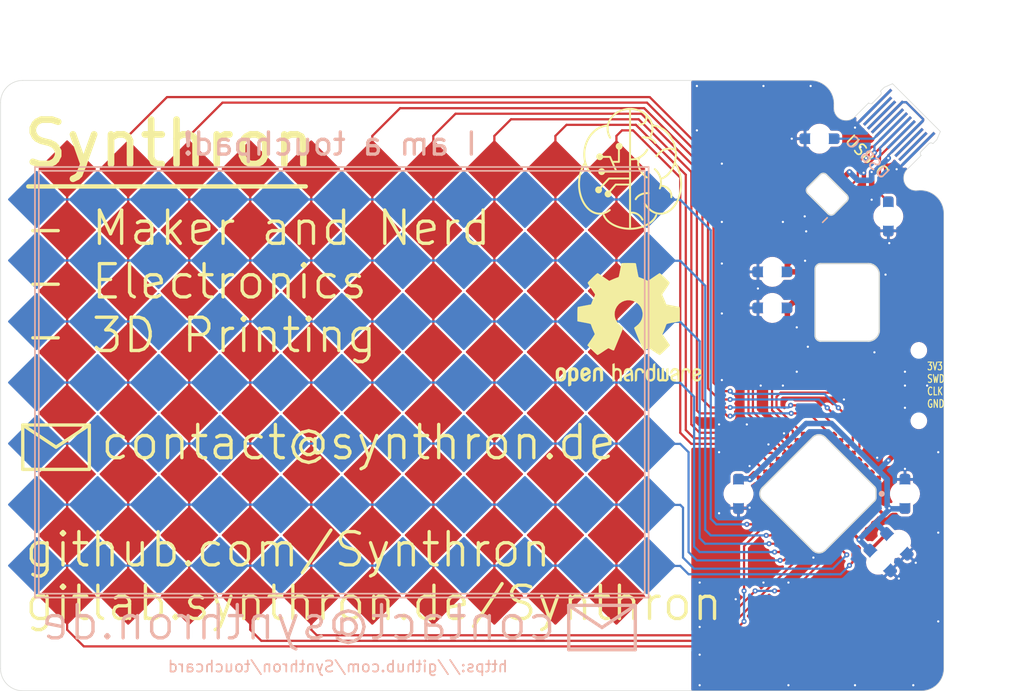
<source format=kicad_pcb>
(kicad_pcb (version 20221018) (generator pcbnew)
  (layers (0 "F.Cu" signal) (31 "B.Cu" signal) (34 "B.Paste" user) (35 "F.Paste" user) (36 "B.SilkS" user "B.Silkscreen") (37 "F.SilkS" user "F.Silkscreen") (38 "B.Mask" user) (39 "F.Mask" user) (44 "Edge.Cuts" user))
  (net 0 "")
  (net 1 "+5V")
  (net 2 "GND")
  (net 3 "+3V3")
  (net 4 "/SWIO")
  (net 5 "/SWCLK")
  (net 6 "Net-(J2-CC1)")
  (net 8 "Net-(J2-CC2)")
  (net 13 "/ADC0")
  (net 14 "/ADC1")
  (net 15 "/TIM1C1")
  (net 16 "/ADC4")
  (net 17 "/ADC5")
  (net 18 "/ADC6")
  (net 19 "/ADC7")
  (net 20 "/ADC9")
  (net 21 "/DN")
  (net 22 "/USB_DP")
  (net 26 "/DP")
  (net 27 "/USB_DN")
  (net 28 "/TIM2C3")
  (net 29 "/TIM2C4")
  (net 30 "/TIM3C3")
  (net 31 "/TIM1C2")
  (net 32 "/TIM1C3")
  (net 33 "/TIM2C1")
  (net 34 "/TIM2C2")
  (net 35 "/TIM3C1")
  (net 36 "/TIM3C2")
  (footprint "eigene:LQFP-32_7x7mm_P0.8mm_midmount" (layer "F.Cu") (at 173.75 112.25 -135)
    (fp_text reference "U1" hide)
    (fp_text value "STM32F042K6Tx")
    (fp_line (start -4 -3.1) (end -4 3.2) (stroke (width 0.12)) (layer "Edge.Cuts"))
    (fp_line (start -3.382843 -3.882843) (end -3.882843 -3.382843) (stroke (width 0.12)) (layer "Edge.Cuts"))
    (fp_line (start -3.2 4) (end 3.2 4) (stroke (width 0.12)) (layer "Edge.Cuts"))
    (fp_line (start 3.2 -4) (end -3.1 -4) (stroke (width 0.12)) (layer "Edge.Cuts"))
    (fp_line (start 4 3.2) (end 4 -3.2) (stroke (width 0.12)) (layer "Edge.Cuts"))
    (fp_arc (start -4 -3.1) (mid -3.969552 -3.253074) (end -3.882843 -3.382843) (stroke (width 0.12)) (layer "Edge.Cuts"))
    (fp_arc (start -3.382843 -3.882843) (mid -3.253073 -3.969552) (end -3.1 -4) (stroke (width 0.12)) (layer "Edge.Cuts"))
    (fp_arc (start -3.2 4) (mid -3.765685 3.765685) (end -4 3.2) (stroke (width 0.12)) (layer "Edge.Cuts"))
    (fp_arc (start 3.2 -4) (mid 3.765685 -3.765686) (end 4 -3.2) (stroke (width 0.12)) (layer "Edge.Cuts"))
    (fp_arc (start 4 3.2) (mid 3.765686 3.765685) (end 3.2 4) (stroke (width 0.12)) (layer "Edge.Cuts"))
  )
  (footprint "eigene:0603_1608Metric_Pad1.08x0.95mm_MidMount" (layer "F.Cu") (at 169.55 95.5 180)
    (fp_text reference "C2" hide)
    (fp_text value "100n")
  )
  (footprint "eigene:0603_1608Metric_Pad1.08x0.95mm_MidMount" (layer "F.Cu") (at 181.5 112.25 90)
    (fp_text reference "C5" hide)
    (fp_text value "100n")
  )
  (footprint "eigene:SOT-223-3_TabPin2_MidMount" (layer "F.Cu") (at 176.3 95)
    (fp_text reference "U3" hide)
    (fp_text value "AP1117-33")
    (fp_line (start -2.9 3) (end -2.9 -3) (stroke (width 0.12)) (layer "Edge.Cuts"))
    (fp_line (start 1.892893 -3.5) (end -2.4 -3.5) (stroke (width 0.12)) (layer "Edge.Cuts"))
    (fp_line (start 1.892893 3.5) (end -2.4 3.5) (stroke (width 0.12)) (layer "Edge.Cuts"))
    (fp_line (start 2.892893 2.5) (end 2.892893 -2.5) (stroke (width 0.12)) (layer "Edge.Cuts"))
    (fp_arc (start -2.9 -3) (mid -2.753553 -3.353553) (end -2.4 -3.5) (stroke (width 0.12)) (layer "Edge.Cuts"))
    (fp_arc (start -2.4 3.5) (mid -2.753553 3.353553) (end -2.9 3) (stroke (width 0.12)) (layer "Edge.Cuts"))
    (fp_arc (start 1.892893 -3.5) (mid 2.600004 -3.207109) (end 2.892893 -2.5) (stroke (width 0.12)) (layer "Edge.Cuts"))
    (fp_arc (start 2.892893 2.5) (mid 2.599998 3.207105) (end 1.892893 3.5) (stroke (width 0.12)) (layer "Edge.Cuts"))
  )
  (footprint "eigene:0603_1608Metric_Pad1.08x0.95mm_MidMount" (layer "F.Cu") (at 166.5 112.25 -90)
    (fp_text reference "C3" hide)
    (fp_text value "100n")
  )
  (footprint "eigene:0603_1608Metric_Pad1.08x0.95mm_MidMount" (layer "F.Cu") (at 180.7732 116.7624 -45)
    (fp_text reference "C4" hide)
    (fp_text value "100n")
  )
  (footprint "eigene:USB_C_PCB" (layer "F.Cu") (at 182.537868 77.448045 -45)
    (fp_text reference "J2" hide)
    (fp_text value "USB_C_Receptacle_USB2.0")
    (fp_line (start -3.345 0.75) (end -3.345 1.25) (stroke (width 0.05)) (layer "Edge.Cuts"))
    (fp_line (start -3.345 2.75) (end -3.345 4.45) (stroke (width 0.05)) (layer "Edge.Cuts"))
    (fp_line (start -3.095 1.5) (end -3.095 2.5) (stroke (width 0.05)) (layer "Edge.Cuts"))
    (fp_line (start -3.045 0) (end -3.345 0.75) (stroke (width 0.05)) (layer "Edge.Cuts"))
    (fp_line (start -3.045 0) (end 3.045 0) (stroke (width 0.05)) (layer "Edge.Cuts"))
    (fp_line (start 3.045 0) (end 3.345 0.75) (stroke (width 0.05)) (layer "Edge.Cuts"))
    (fp_line (start 3.095 1.5) (end 3.095 2.5) (stroke (width 0.05)) (layer "Edge.Cuts"))
    (fp_line (start 3.345 0.75) (end 3.345 1.25) (stroke (width 0.05)) (layer "Edge.Cuts"))
    (fp_line (start 3.345 2.75) (end 3.345 4.45) (stroke (width 0.05)) (layer "Edge.Cuts"))
    (fp_arc (start -3.345 1.25) (mid -3.168223 1.323223) (end -3.095 1.5) (stroke (width 0.05)) (layer "Edge.Cuts"))
    (fp_arc (start -3.095 2.5) (mid -3.168223 2.676777) (end -3.345 2.75) (stroke (width 0.05)) (layer "Edge.Cuts"))
    (fp_arc (start 3.095 1.5) (mid 3.168224 1.323223) (end 3.345 1.25) (stroke (width 0.05)) (layer "Edge.Cuts"))
    (fp_arc (start 3.345 2.75) (mid 3.168223 2.676776) (end 3.095 2.5) (stroke (width 0.05)) (layer "Edge.Cuts"))
  )
  (footprint "Symbol:OSHW-Logo2_14.6x12mm_SilkScreen" (layer "F.Cu") (at 156.6 97)
    (fp_text reference "REF**" hide)
    (fp_text value "OSHW-Logo2_14.6x12mm_SilkScreen" hide)
  )
  (footprint "eigene:0603_1608Metric_Pad1.08x0.95mm_MidMount" (layer "F.Cu") (at 169.55 92.25 180)
    (fp_text reference "C1" hide)
    (fp_text value "100n")
  )
  (footprint "eigene:0603_1608Metric_Pad1.08x0.95mm_MidMount" (layer "F.Cu") (at 180 87.25 90)
    (fp_text reference "R1" hide)
    (fp_text value "5k1")
  )
  (footprint "eigene:SOT-23-6_MidMount" (layer "F.Cu") (at 174.498 85.25 45)
    (fp_text reference "U2" hide)
    (fp_text value "USBLC6-2SC6")
    (fp_line (start -1.2 1.3) (end -1.2 -1.3) (stroke (width 0.12)) (layer "Edge.Cuts"))
    (fp_line (start 0.8 -1.7) (end -0.8 -1.7) (stroke (width 0.12)) (layer "Edge.Cuts"))
    (fp_line (start 0.8 1.7) (end -0.8 1.7) (stroke (width 0.12)) (layer "Edge.Cuts"))
    (fp_line (start 1.2 -1.3) (end 1.2 1.3) (stroke (width 0.12)) (layer "Edge.Cuts"))
    (fp_arc (start -1.2 -1.3) (mid -1.082843 -1.582843) (end -0.8 -1.7) (stroke (width 0.12)) (layer "Edge.Cuts"))
    (fp_arc (start -0.8 1.7) (mid -1.082843 1.582843) (end -1.2 1.3) (stroke (width 0.12)) (layer "Edge.Cuts"))
    (fp_arc (start 0.8 -1.7) (mid 1.082842 -1.582843) (end 1.2 -1.3) (stroke (width 0.12)) (layer "Edge.Cuts"))
    (fp_arc (start 1.2 1.3) (mid 1.082843 1.582842) (end 0.8 1.7) (stroke (width 0.12)) (layer "Edge.Cuts"))
  )
  (footprint "eigene:0603_1608Metric_Pad1.08x0.95mm_MidMount" (layer "F.Cu") (at 179.2732 118.2624 -45)
    (fp_text reference "C6" hide)
    (fp_text value "1µ")
  )
  (footprint "eigene:SWD_PADS" (layer "F.Cu") (at 182.75 102.5 -90)
    (fp_text reference "J1" hide)
    (fp_text value "Conn_01x04")
  )
  (footprint "eigene:logo" (layer "F.Cu") (at 156.75 83)
    (fp_text reference "G***" hide)
    (fp_text value "LOGO" hide)
  )
  (footprint "eigene:0603_1608Metric_Pad1.08x0.95mm_MidMount" (layer "B.Cu") (at 173.8 80.25)
    (fp_text reference "R2" hide)
    (fp_text value "5k1")
  )
  (gr_poly (pts (xy 139 108) (xy 141.474874 110.474874) (xy 139 112.949747) (xy 136.525126 110.474874)) (stroke (width 0.2)) (fill solid) (layer "F.Cu"))
  (gr_poly (pts (xy 144.5 86) (xy 146.974874 88.474874) (xy 144.5 90.949747) (xy 142.025126 88.474874)) (stroke (width 0.2)) (fill solid) (layer "F.Cu"))
  (gr_poly (pts (xy 111.5 119) (xy 113.974874 121.474874) (xy 111.5 123.949747) (xy 109.025126 121.474874)) (stroke (width 0.2)) (fill solid) (layer "F.Cu"))
  (gr_line (start 139 85.449747) (end 139 119) (stroke (width 0.2)) (layer "F.Cu"))
  (gr_line (start 155.5 119) (end 155.5 85.449747) (stroke (width 0.2)) (layer "F.Cu"))
  (gr_line (start 106 124.5) (end 106 123.5) (stroke (width 0.2)) (layer "F.Cu"))
  (gr_poly (pts (xy 106 119) (xy 108.474874 121.474874) (xy 106 123.949747) (xy 103.525126 121.474874)) (stroke (width 0.2)) (fill solid) (layer "F.Cu"))
  (gr_poly (pts (xy 144.5 80.5) (xy 146.974874 82.974874) (xy 144.5 85.449747) (xy 142.025126 82.974874)) (stroke (width 0.2)) (fill solid) (layer "F.Cu"))
  (gr_line (start 144.5 119) (end 144.5 85.449747) (stroke (width 0.2)) (layer "F.Cu"))
  (gr_poly (pts (xy 117 108) (xy 119.474874 110.474874) (xy 117 112.949747) (xy 114.525126 110.474874)) (stroke (width 0.2)) (fill solid) (layer "F.Cu"))
  (gr_line (start 117 85.449747) (end 117 119) (stroke (width 0.2)) (layer "F.Cu"))
  (gr_poly (pts (xy 155.5 91.5) (xy 157.974874 93.974874) (xy 155.5 96.449747) (xy 153.025126 93.974874)) (stroke (width 0.2)) (fill solid) (layer "F.Cu"))
  (gr_line (start 144.5 80) (end 144.5 81) (stroke (width 0.2)) (layer "F.Cu"))
  (gr_line (start 106 85.449747) (end 106 119) (stroke (width 0.2)) (layer "F.Cu"))
  (gr_line (start 111.5 119) (end 111.5 85.449747) (stroke (width 0.2)) (layer "F.Cu"))
  (gr_poly (pts (xy 144.5 113.5) (xy 146.974874 115.974874) (xy 144.5 118.449747) (xy 142.025126 115.974874)) (stroke (width 0.2)) (fill solid) (layer "F.Cu"))
  (gr_poly (pts (xy 133.5 86) (xy 135.974874 88.474874) (xy 133.5 90.949747) (xy 131.025126 88.474874)) (stroke (width 0.2)) (fill solid) (layer "F.Cu"))
  (gr_poly (pts (xy 106 113.5) (xy 108.474874 115.974874) (xy 106 118.449747) (xy 103.525126 115.974874)) (stroke (width 0.2)) (fill solid) (layer "F.Cu"))
  (gr_poly (pts (xy 150 80.5) (xy 152.474874 82.974874) (xy 150 85.449747) (xy 147.525126 82.974874)) (stroke (width 0.2)) (fill solid) (layer "F.Cu"))
  (gr_poly (pts (xy 106 108) (xy 108.474874 110.474874) (xy 106 112.949747) (xy 103.525126 110.474874)) (stroke (width 0.2)) (fill solid) (layer "F.Cu"))
  (gr_line (start 139 80) (end 139 81) (stroke (width 0.2)) (layer "F.Cu"))
  (gr_poly (pts (xy 133.5 97) (xy 135.974874 99.474874) (xy 133.5 101.949747) (xy 131.025126 99.474874)) (stroke (width 0.2)) (fill solid) (layer "F.Cu"))
  (gr_poly (pts (xy 122.5 119) (xy 124.974874 121.474874) (xy 122.5 123.949747) (xy 120.025126 121.474874)) (stroke (width 0.2)) (fill solid) (layer "F.Cu"))
  (gr_poly (pts (xy 117 119) (xy 119.474874 121.474874) (xy 117 123.949747) (xy 114.525126 121.474874)) (stroke (width 0.2)) (fill solid) (layer "F.Cu"))
  (gr_poly (pts (xy 144.5 97) (xy 146.974874 99.474874) (xy 144.5 101.949747) (xy 142.025126 99.474874)) (stroke (width 0.2)) (fill solid) (layer "F.Cu"))
  (gr_poly (pts (xy 155.5 97) (xy 157.974874 99.474874) (xy 155.5 101.949747) (xy 153.025126 99.474874)) (stroke (width 0.2)) (fill solid) (layer "F.Cu"))
  (gr_line (start 128 85.449747) (end 128 119) (stroke (width 0.2)) (layer "F.Cu"))
  (gr_poly (pts (xy 122.5 91.5) (xy 124.974874 93.974874) (xy 122.5 96.449747) (xy 120.025126 93.974874)) (stroke (width 0.2)) (fill solid) (layer "F.Cu"))
  (gr_poly (pts (xy 144.5 102.5) (xy 146.974874 104.974874) (xy 144.5 107.449747) (xy 142.025126 104.974874)) (stroke (width 0.2)) (fill solid) (layer "F.Cu"))
  (gr_poly (pts (xy 133.5 113.5) (xy 135.974874 115.974874) (xy 133.5 118.449747) (xy 131.025126 115.974874)) (stroke (width 0.2)) (fill solid) (layer "F.Cu"))
  (gr_poly (pts (xy 128 113.5) (xy 130.474874 115.974874) (xy 128 118.449747) (xy 125.525126 115.974874)) (stroke (width 0.2)) (fill solid) (layer "F.Cu"))
  (gr_poly (pts (xy 133.5 91.5) (xy 135.974874 93.974874) (xy 133.5 96.449747) (xy 131.025126 93.974874)) (stroke (width 0.2)) (fill solid) (layer "F.Cu"))
  (gr_line (start 128 124.5) (end 128 123.75) (stroke (width 0.2)) (layer "F.Cu"))
  (gr_poly (pts (xy 128 80.5) (xy 130.474874 82.974874) (xy 128 85.449747) (xy 125.525126 82.974874)) (stroke (width 0.2)) (fill solid) (layer "F.Cu"))
  (gr_poly (pts (xy 139 91.5) (xy 141.474874 93.974874) (xy 139 96.449747) (xy 136.525126 93.974874)) (stroke (width 0.2)) (fill solid) (layer "F.Cu"))
  (gr_poly (pts (xy 150 102.5) (xy 152.474874 104.974874) (xy 150 107.449747) (xy 147.525126 104.974874)) (stroke (width 0.2)) (fill solid) (layer "F.Cu"))
  (gr_poly (pts (xy 133.5 102.5) (xy 135.974874 104.974874) (xy 133.5 107.449747) (xy 131.025126 104.974874)) (stroke (width 0.2)) (fill solid) (layer "F.Cu"))
  (gr_poly (pts (xy 144.5 119) (xy 146.974874 121.474874) (xy 144.5 123.949747) (xy 142.025126 121.474874)) (stroke (width 0.2)) (fill solid) (layer "F.Cu"))
  (gr_poly (pts (xy 133.5 119) (xy 135.974874 121.474874) (xy 133.5 123.949747) (xy 131.025126 121.474874)) (stroke (width 0.2)) (fill solid) (layer "F.Cu"))
  (gr_poly (pts (xy 150 108) (xy 152.474874 110.474874) (xy 150 112.949747) (xy 147.525126 110.474874)) (stroke (width 0.2)) (fill solid) (layer "F.Cu"))
  (gr_poly (pts (xy 139 102.5) (xy 141.474874 104.974874) (xy 139 107.449747) (xy 136.525126 104.974874)) (stroke (width 0.2)) (fill solid) (layer "F.Cu"))
  (gr_line (start 122.5 119) (end 122.5 85.449747) (stroke (width 0.2)) (layer "F.Cu"))
  (gr_poly (pts (xy 106 91.5) (xy 108.474874 93.974874) (xy 106 96.449747) (xy 103.525126 93.974874)) (stroke (width 0.2)) (fill solid) (layer "F.Cu"))
  (gr_line (start 133.5 80) (end 133.5 81) (stroke (width 0.2)) (layer "F.Cu"))
  (gr_poly (pts (xy 155.5 86) (xy 157.974874 88.474874) (xy 155.5 90.949747) (xy 153.025126 88.474874)) (stroke (width 0.2)) (fill solid) (layer "F.Cu"))
  (gr_poly (pts (xy 111.5 80.5) (xy 113.974874 82.974874) (xy 111.5 85.449747) (xy 109.025126 82.974874)) (stroke (width 0.2)) (fill solid) (layer "F.Cu"))
  (gr_poly (pts (xy 150 119) (xy 152.474874 121.474874) (xy 150 123.949747) (xy 147.525126 121.474874)) (stroke (width 0.2)) (fill solid) (layer "F.Cu"))
  (gr_poly (pts (xy 150 97) (xy 152.474874 99.474874) (xy 150 101.949747) (xy 147.525126 99.474874)) (stroke (width 0.2)) (fill solid) (layer "F.Cu"))
  (gr_poly (pts (xy 139 86) (xy 141.474874 88.474874) (xy 139 90.949747) (xy 136.525126 88.474874)) (stroke (width 0.2)) (fill solid) (layer "F.Cu"))
  (gr_poly (pts (xy 139 80.5) (xy 141.474874 82.974874) (xy 139 85.449747) (xy 136.525126 82.974874)) (stroke (width 0.2)) (fill solid) (layer "F.Cu"))
  (gr_poly (pts (xy 117 80.5) (xy 119.474874 82.974874) (xy 117 85.449747) (xy 114.525126 82.974874)) (stroke (width 0.2)) (fill solid) (layer "F.Cu"))
  (gr_poly (pts (xy 139 113.5) (xy 141.474874 115.974874) (xy 139 118.449747) (xy 136.525126 115.974874)) (stroke (width 0.2)) (fill solid) (layer "F.Cu"))
  (gr_poly (pts (xy 117 86) (xy 119.474874 88.474874) (xy 117 90.949747) (xy 114.525126 88.474874)) (stroke (width 0.2)) (fill solid) (layer "F.Cu"))
  (gr_poly (pts (xy 128 102.5) (xy 130.474874 104.974874) (xy 128 107.449747) (xy 125.525126 104.974874)) (stroke (width 0.2)) (fill solid) (layer "F.Cu"))
  (gr_poly (pts (xy 144.5 91.5) (xy 146.974874 93.974874) (xy 144.5 96.449747) (xy 142.025126 93.974874)) (stroke (width 0.2)) (fill solid) (layer "F.Cu"))
  (gr_poly (pts (xy 106 80.5) (xy 108.474874 82.974874) (xy 106 85.449747) (xy 103.525126 82.974874)) (stroke (width 0.2)) (fill solid) (layer "F.Cu"))
  (gr_poly (pts (xy 117 91.5) (xy 119.474874 93.974874) (xy 117 96.449747) (xy 114.525126 93.974874)) (stroke (width 0.2)) (fill solid) (layer "F.Cu"))
  (gr_poly (pts (xy 117 97) (xy 119.474874 99.474874) (xy 117 101.949747) (xy 114.525126 99.474874)) (stroke (width 0.2)) (fill solid) (layer "F.Cu"))
  (gr_poly (pts (xy 128 97) (xy 130.474874 99.474874) (xy 128 101.949747) (xy 125.525126 99.474874)) (stroke (width 0.2)) (fill solid) (layer "F.Cu"))
  (gr_poly (pts (xy 111.5 91.5) (xy 113.974874 93.974874) (xy 111.5 96.449747) (xy 109.025126 93.974874)) (stroke (width 0.2)) (fill solid) (layer "F.Cu"))
  (gr_poly (pts (xy 133.5 108) (xy 135.974874 110.474874) (xy 133.5 112.949747) (xy 131.025126 110.474874)) (stroke (width 0.2)) (fill solid) (layer "F.Cu"))
  (gr_poly (pts (xy 111.5 97) (xy 113.974874 99.474874) (xy 111.5 101.949747) (xy 109.025126 99.474874)) (stroke (width 0.2)) (fill solid) (layer "F.Cu"))
  (gr_poly (pts (xy 111.5 113.5) (xy 113.974874 115.974874) (xy 111.5 118.449747) (xy 109.025126 115.974874)) (stroke (width 0.2)) (fill solid) (layer "F.Cu"))
  (gr_poly (pts (xy 144.5 108) (xy 146.974874 110.474874) (xy 144.5 112.949747) (xy 142.025126 110.474874)) (stroke (width 0.2)) (fill solid) (layer "F.Cu"))
  (gr_line (start 150 85.449747) (end 150 119) (stroke (width 0.2)) (layer "F.Cu"))
  (gr_poly (pts (xy 150 113.5) (xy 152.474874 115.974874) (xy 150 118.449747) (xy 147.525126 115.974874)) (stroke (width 0.2)) (fill solid) (layer "F.Cu"))
  (gr_poly (pts (xy 150 91.5) (xy 152.474874 93.974874) (xy 150 96.449747) (xy 147.525126 93.974874)) (stroke (width 0.2)) (fill solid) (layer "F.Cu"))
  (gr_poly (pts (xy 155.5 113.5) (xy 157.974874 115.974874) (xy 155.5 118.449747) (xy 153.025126 115.974874)) (stroke (width 0.2)) (fill solid) (layer "F.Cu"))
  (gr_poly (pts (xy 111.5 86) (xy 113.974874 88.474874) (xy 111.5 90.949747) (xy 109.025126 88.474874)) (stroke (width 0.2)) (fill solid) (layer "F.Cu"))
  (gr_poly (pts (xy 111.5 108) (xy 113.974874 110.474874) (xy 111.5 112.949747) (xy 109.025126 110.474874)) (stroke (width 0.2)) (fill solid) (layer "F.Cu"))
  (gr_poly (pts (xy 155.5 119) (xy 157.974874 121.474874) (xy 155.5 123.949747) (xy 153.025126 121.474874)) (stroke (width 0.2)) (fill solid) (layer "F.Cu"))
  (gr_line (start 155.5 80) (end 155.5 81) (stroke (width 0.2)) (layer "F.Cu"))
  (gr_poly (pts (xy 150 86) (xy 152.474874 88.474874) (xy 150 90.949747) (xy 147.525126 88.474874)) (stroke (width 0.2)) (fill solid) (layer "F.Cu"))
  (gr_poly (pts (xy 106 97) (xy 108.474874 99.474874) (xy 106 101.949747) (xy 103.525126 99.474874)) (stroke (width 0.2)) (fill solid) (layer "F.Cu"))
  (gr_poly (pts (xy 128 108) (xy 130.474874 110.474874) (xy 128 112.949747) (xy 125.525126 110.474874)) (stroke (width 0.2)) (fill solid) (layer "F.Cu"))
  (gr_poly (pts (xy 155.5 102.5) (xy 157.974874 104.974874) (xy 155.5 107.449747) (xy 153.025126 104.974874)) (stroke (width 0.2)) (fill solid) (layer "F.Cu"))
  (gr_poly (pts (xy 106 86) (xy 108.474874 88.474874) (xy 106 90.949747) (xy 103.525126 88.474874)) (stroke (width 0.2)) (fill solid) (layer "F.Cu"))
  (gr_poly (pts (xy 155.5 108) (xy 157.974874 110.474874) (xy 155.5 112.949747) (xy 153.025126 110.474874)) (stroke (width 0.2)) (fill solid) (layer "F.Cu"))
  (gr_poly (pts (xy 122.5 86) (xy 124.974874 88.474874) (xy 122.5 90.949747) (xy 120.025126 88.474874)) (stroke (width 0.2)) (fill solid) (layer "F.Cu"))
  (gr_line (start 122.5 124.5) (end 122.5 123.5) (stroke (width 0.2)) (layer "F.Cu"))
  (gr_line (start 111.5 80) (end 111.5 81) (stroke (width 0.2)) (layer "F.Cu"))
  (gr_poly (pts (xy 111.5 102.5) (xy 113.974874 104.974874) (xy 111.5 107.449747) (xy 109.025126 104.974874)) (stroke (width 0.2)) (fill solid) (layer "F.Cu"))
  (gr_poly (pts (xy 128 86) (xy 130.474874 88.474874) (xy 128 90.949747) (xy 125.525126 88.474874)) (stroke (width 0.2)) (fill solid) (layer "F.Cu"))
  (gr_poly (pts (xy 128 91.5) (xy 130.474874 93.974874) (xy 128 96.449747) (xy 125.525126 93.974874)) (stroke (width 0.2)) (fill solid) (layer "F.Cu"))
  (gr_poly (pts (xy 139 97) (xy 141.474874 99.474874) (xy 139 101.949747) (xy 136.525126 99.474874)) (stroke (width 0.2)) (fill solid) (layer "F.Cu"))
  (gr_line (start 133.5 119) (end 133.5 85.449747) (stroke (width 0.2)) (layer "F.Cu"))
  (gr_line (start 150 80) (end 150 81.25) (stroke (width 0.2)) (layer "F.Cu"))
  (gr_poly (pts (xy 122.5 102.5) (xy 124.974874 104.974874) (xy 122.5 107.449747) (xy 120.025126 104.974874)) (stroke (width 0.2)) (fill solid) (layer "F.Cu"))
  (gr_poly (pts (xy 122.5 113.5) (xy 124.974874 115.974874) (xy 122.5 118.449747) (xy 120.025126 115.974874)) (stroke (width 0.2)) (fill solid) (layer "F.Cu"))
  (gr_poly (pts (xy 128 119) (xy 130.474874 121.474874) (xy 128 123.949747) (xy 125.525126 121.474874)) (stroke (width 0.2)) (fill solid) (layer "F.Cu"))
  (gr_poly (pts (xy 122.5 97) (xy 124.974874 99.474874) (xy 122.5 101.949747) (xy 120.025126 99.474874)) (stroke (width 0.2)) (fill solid) (layer "F.Cu"))
  (gr_poly (pts (xy 117 113.5) (xy 119.474874 115.974874) (xy 117 118.449747) (xy 114.525126 115.974874)) (stroke (width 0.2)) (fill solid) (layer "F.Cu"))
  (gr_poly (pts (xy 122.5 108) (xy 124.974874 110.474874) (xy 122.5 112.949747) (xy 120.025126 110.474874)) (stroke (width 0.2)) (fill solid) (layer "F.Cu"))
  (gr_poly (pts (xy 133.5 80.5) (xy 135.974874 82.974874) (xy 133.5 85.449747) (xy 131.025126 82.974874)) (stroke (width 0.2)) (fill solid) (layer "F.Cu"))
  (gr_poly (pts (xy 117 102.5) (xy 119.474874 104.974874) (xy 117 107.449747) (xy 114.525126 104.974874)) (stroke (width 0.2)) (fill solid) (layer "F.Cu"))
  (gr_poly (pts (xy 155.5 80.5) (xy 157.974874 82.974874) (xy 155.5 85.449747) (xy 153.025126 82.974874)) (stroke (width 0.2)) (fill solid) (layer "F.Cu"))
  (gr_poly (pts (xy 106 102.5) (xy 108.474874 104.974874) (xy 106 107.449747) (xy 103.525126 104.974874)) (stroke (width 0.2)) (fill solid) (layer "F.Cu"))
  (gr_line (start 117 80) (end 117 81.5) (stroke (width 0.2)) (layer "F.Cu"))
  (gr_poly (pts (xy 122.5 80.5) (xy 124.974874 82.974874) (xy 122.5 85.449747) (xy 120.025126 82.974874)) (stroke (width 0.2)) (fill solid) (layer "F.Cu"))
  (gr_poly (pts (xy 139 119) (xy 141.474874 121.474874) (xy 139 123.949747) (xy 136.525126 121.474874)) (stroke (width 0.2)) (fill solid) (layer "F.Cu"))
  (gr_poly (pts (xy 103.25 110.199747) (xy 105.724874 107.724873) (xy 103.25 105.25) (xy 100.775126 107.724873)) (stroke (width 0.2)) (fill solid) (layer "B.Cu"))
  (gr_poly (pts (xy 103.25 115.699747) (xy 105.724873 113.224873) (xy 103.25 110.75) (xy 100.775126 113.224873)) (stroke (width 0.2)) (fill solid) (layer "B.Cu"))
  (gr_line (start 161.25 102.25) (end 160 102.25) (stroke (width 0.2)) (layer "B.Cu"))
  (gr_poly (pts (xy 108.749999 93.699747) (xy 111.224874 91.224873) (xy 108.75 88.75) (xy 106.275126 91.224873)) (stroke (width 0.2)) (fill solid) (layer "B.Cu"))
  (gr_poly (pts (xy 130.75 110.199747) (xy 133.224874 107.724873) (xy 130.75 105.25) (xy 128.275126 107.724873)) (stroke (width 0.2)) (fill solid) (layer "B.Cu"))
  (gr_poly (pts (xy 141.75 121.199747) (xy 144.224874 118.724873) (xy 141.75 116.25) (xy 139.275126 118.724873)) (stroke (width 0.2)) (fill solid) (layer "B.Cu"))
  (gr_poly (pts (xy 136.25 88.199747) (xy 138.724874 85.724873) (xy 136.25 83.25) (xy 133.775126 85.724873)) (stroke (width 0.2)) (fill solid) (layer "B.Cu"))
  (gr_poly (pts (xy 158.25 121.199747) (xy 160.724874 118.724873) (xy 158.25 116.25) (xy 155.775126 118.724873)) (stroke (width 0.2)) (fill solid) (layer "B.Cu"))
  (gr_line (start 161.25 85.75) (end 160.25 85.75) (stroke (width 0.2)) (layer "B.Cu"))
  (gr_poly (pts (xy 152.75 115.699747) (xy 155.224874 113.224873) (xy 152.749999 110.75) (xy 150.275126 113.224873)) (stroke (width 0.2)) (fill solid) (layer "B.Cu"))
  (gr_poly (pts (xy 119.75 104.699748) (xy 122.224874 102.224873) (xy 119.75 99.75) (xy 117.275125 102.224873)) (stroke (width 0.2)) (fill solid) (layer "B.Cu"))
  (gr_poly (pts (xy 114.25 88.199747) (xy 116.724873 85.724873) (xy 114.25 83.25) (xy 111.775126 85.724873)) (stroke (width 0.2)) (fill solid) (layer "B.Cu"))
  (gr_poly (pts (xy 114.25 99.199747) (xy 116.724874 96.724873) (xy 114.25 94.25) (xy 111.775126 96.724874)) (stroke (width 0.2)) (fill solid) (layer "B.Cu"))
  (gr_poly (pts (xy 130.75 99.199747) (xy 133.224874 96.724873) (xy 130.75 94.25) (xy 128.275126 96.724874)) (stroke (width 0.2)) (fill solid) (layer "B.Cu"))
  (gr_poly (pts (xy 130.75 104.699747) (xy 133.224873 102.224873) (xy 130.75 99.75) (xy 128.275126 102.224873)) (stroke (width 0.2)) (fill solid) (layer "B.Cu"))
  (gr_poly (pts (xy 141.75 93.699747) (xy 144.224874 91.224873) (xy 141.75 88.75) (xy 139.275126 91.224873)) (stroke (width 0.2)) (fill solid) (layer "B.Cu"))
  (gr_poly (pts (xy 158.25 93.699747) (xy 160.724874 91.224873) (xy 158.25 88.75) (xy 155.775126 91.224873)) (stroke (width 0.2)) (fill solid) (layer "B.Cu"))
  (gr_line (start 105.724873 113.224873) (end 155.775126 113.224873) (stroke (width 0.2)) (layer "B.Cu"))
  (gr_poly (pts (xy 141.75 88.199747) (xy 144.224874 85.724873) (xy 141.75 83.25) (xy 139.275127 85.724873)) (stroke (width 0.2)) (fill solid) (layer "B.Cu"))
  (gr_poly (pts (xy 136.25 99.199747) (xy 138.724874 96.724873) (xy 136.25 94.250001) (xy 133.775126 96.724873)) (stroke (width 0.2)) (fill solid) (layer "B.Cu"))
  (gr_poly (pts (xy 147.25 88.199747) (xy 149.724874 85.724873) (xy 147.250001 83.25) (xy 144.775126 85.724873)) (stroke (width 0.2)) (fill solid) (layer "B.Cu"))
  (gr_line (start 161.25 118.75) (end 160.25 118.75) (stroke (width 0.2)) (layer "B.Cu"))
  (gr_poly (pts (xy 125.249999 110.199747) (xy 127.724874 107.724873) (xy 125.25 105.25) (xy 122.775126 107.724873)) (stroke (width 0.2)) (fill solid) (layer "B.Cu"))
  (gr_poly (pts (xy 119.75 93.699747) (xy 122.224874 91.224873) (xy 119.75 88.75) (xy 117.275126 91.224873)) (stroke (width 0.2)) (fill solid) (layer "B.Cu"))
  (gr_poly (pts (xy 147.250001 93.699747) (xy 149.724874 91.224873) (xy 147.25 88.75) (xy 144.775126 91.224873)) (stroke (width 0.2)) (fill solid) (layer "B.Cu"))
  (gr_poly (pts (xy 152.75 93.699747) (xy 155.224874 91.224873) (xy 152.75 88.75) (xy 150.275126 91.224873)) (stroke (width 0.2)) (fill solid) (layer "B.Cu"))
  (gr_poly (pts (xy 147.25 99.199747) (xy 149.724874 96.724873) (xy 147.25 94.25) (xy 144.775125 96.724873)) (stroke (width 0.2)) (fill solid) (layer "B.Cu"))
  (gr_poly (pts (xy 158.25 88.199747) (xy 160.724874 85.724873) (xy 158.25 83.25) (xy 155.775125 85.724873)) (stroke (width 0.2)) (fill solid) (layer "B.Cu"))
  (gr_poly (pts (xy 147.25 104.699747) (xy 149.724874 102.224873) (xy 147.25 99.749999) (xy 144.775126 102.224873)) (stroke (width 0.2)) (fill solid) (layer "B.Cu"))
  (gr_poly (pts (xy 119.75 99.199747) (xy 122.224874 96.724873) (xy 119.75 94.250001) (xy 117.275126 96.724873)) (stroke (width 0.2)) (fill solid) (layer "B.Cu"))
  (gr_poly (pts (xy 119.750001 121.199747) (xy 122.224874 118.724873) (xy 119.75 116.25) (xy 117.275126 118.724873)) (stroke (width 0.2)) (fill solid) (layer "B.Cu"))
  (gr_poly (pts (xy 119.75 115.699747) (xy 122.224874 113.224873) (xy 119.750001 110.75) (xy 117.275126 113.224873)) (stroke (width 0.2)) (fill solid) (layer "B.Cu"))
  (gr_poly (pts (xy 108.75 115.699747) (xy 111.224874 113.224873) (xy 108.75 110.75) (xy 106.275126 113.224873)) (stroke (width 0.2)) (fill solid) (layer "B.Cu"))
  (gr_poly (pts (xy 108.75 121.199747) (xy 111.224874 118.724873) (xy 108.75 116.25) (xy 106.275126 118.724873)) (stroke (width 0.2)) (fill solid) (layer "B.Cu"))
  (gr_poly (pts (xy 141.75 115.699747) (xy 144.224873 113.224873) (xy 141.75 110.75) (xy 139.275126 113.224873)) (stroke (width 0.2)) (fill solid) (layer "B.Cu"))
  (gr_poly (pts (xy 158.25 115.699747) (xy 160.724874 113.224873) (xy 158.25 110.75) (xy 155.775126 113.224873)) (stroke (width 0.2)) (fill solid) (layer "B.Cu"))
  (gr_poly (pts (xy 125.249999 93.699747) (xy 127.724874 91.224873) (xy 125.25 88.75) (xy 122.775126 91.224873)) (stroke (width 0.2)) (fill solid) (layer "B.Cu"))
  (gr_poly (pts (xy 158.25 104.699747) (xy 160.724874 102.224873) (xy 158.25 99.75) (xy 155.775126 102.224872)) (stroke (width 0.2)) (fill solid) (layer "B.Cu"))
  (gr_line (start 161.25 113.25) (end 160 113.25) (stroke (width 0.2)) (layer "B.Cu"))
  (gr_line (start 105.724873 96.724873) (end 155.775126 96.724873) (stroke (width 0.2)) (layer "B.Cu"))
  (gr_poly (pts (xy 108.75 88.199747) (xy 111.224874 85.724873) (xy 108.75 83.250001) (xy 106.275126 85.724873)) (stroke (width 0.2)) (fill solid) (layer "B.Cu"))
  (gr_poly (pts (xy 108.75 99.199747) (xy 111.224874 96.724873) (xy 108.75 94.25) (xy 106.275126 96.724873)) (stroke (width 0.2)) (fill solid) (layer "B.Cu"))
  (gr_poly (pts (xy 114.25 110.199747) (xy 116.724874 107.724873) (xy 114.25 105.25) (xy 111.775126 107.724873)) (stroke (width 0.2)) (fill solid) (layer "B.Cu"))
  (gr_poly (pts (xy 136.25 93.699747) (xy 138.724874 91.224873) (xy 136.25 88.75) (xy 133.775126 91.224873)) (stroke (width 0.2)) (fill solid) (layer "B.Cu"))
  (gr_poly (pts (xy 114.25 121.199747) (xy 116.724874 118.724873) (xy 114.25 116.25) (xy 111.775126 118.724873)) (stroke (width 0.2)) (fill solid) (layer "B.Cu"))
  (gr_line (start 105.724874 85.724873) (end 155.775125 85.724873) (stroke (width 0.2)) (layer "B.Cu"))
  (gr_poly (pts (xy 136.25 115.699747) (xy 138.724874 113.224873) (xy 136.249999 110.75) (xy 133.775126 113.224873)) (stroke (width 0.2)) (fill solid) (layer "B.Cu"))
  (gr_poly (pts (xy 158.25 110.199747) (xy 160.724874 107.724873) (xy 158.25 105.25) (xy 155.775126 107.724873)) (stroke (width 0.2)) (fill solid) (layer "B.Cu"))
  (gr_line (start 161.25 107.75) (end 160 107.75) (stroke (width 0.2)) (layer "B.Cu"))
  (gr_poly (pts (xy 108.75 104.699747) (xy 111.224874 102.224873) (xy 108.75 99.749999) (xy 106.275126 102.224873)) (stroke (width 0.2)) (fill solid) (layer "B.Cu"))
  (gr_poly (pts (xy 125.25 104.699747) (xy 127.724874 102.224873) (xy 125.249999 99.75) (xy 122.775126 102.224873)) (stroke (width 0.2)) (fill solid) (layer "B.Cu"))
  (gr_poly (pts (xy 103.25 93.699747) (xy 105.724874 91.224873) (xy 103.25 88.75) (xy 100.775126 91.224873)) (stroke (width 0.2)) (fill solid) (layer "B.Cu"))
  (gr_poly (pts (xy 103.25 104.699747) (xy 105.724874 102.224873) (xy 103.25 99.75) (xy 100.775126 102.224872)) (stroke (width 0.2)) (fill solid) (layer "B.Cu"))
  (gr_poly (pts (xy 130.75 88.199747) (xy 133.224873 85.724873) (xy 130.75 83.25) (xy 128.275126 85.724873)) (stroke (width 0.2)) (fill solid) (layer "B.Cu"))
  (gr_poly (pts (xy 125.25 88.199747) (xy 127.724874 85.724873) (xy 125.249999 83.25) (xy 122.775126 85.724873)) (stroke (width 0.2)) (fill solid) (layer "B.Cu"))
  (gr_poly (pts (xy 152.749999 104.699747) (xy 155.224874 102.224872) (xy 152.75 99.75) (xy 150.275126 102.224873)) (stroke (width 0.2)) (fill solid) (layer "B.Cu"))
  (gr_poly (pts (xy 125.25 115.699747) (xy 127.724875 113.224873) (xy 125.25 110.75) (xy 122.775126 113.224873)) (stroke (width 0.2)) (fill solid) (layer "B.Cu"))
  (gr_poly (pts (xy 114.25 115.699747) (xy 116.724874 113.224873) (xy 114.25 110.75) (xy 111.775127 113.224873)) (stroke (width 0.2)) (fill solid) (layer "B.Cu"))
  (gr_poly (pts (xy 119.75 88.199747) (xy 122.224874 85.724873) (xy 119.75 83.25) (xy 117.275125 85.724873)) (stroke (width 0.2)) (fill solid) (layer "B.Cu"))
  (gr_poly (pts (xy 125.25 121.199747) (xy 127.724874 118.724873) (xy 125.25 116.25) (xy 122.775126 118.724873)) (stroke (width 0.2)) (fill solid) (layer "B.Cu"))
  (gr_line (start 105.724874 107.724873) (end 155.775126 107.724873) (stroke (width 0.2)) (layer "B.Cu"))
  (gr_poly (pts (xy 103.25 88.199747) (xy 105.724874 85.724873) (xy 103.25 83.25) (xy 100.775126 85.724874)) (stroke (width 0.2)) (fill solid) (layer "B.Cu"))
  (gr_poly (pts (xy 141.75 110.199747) (xy 144.224874 107.724873) (xy 141.75 105.25) (xy 139.275126 107.724873)) (stroke (width 0.2)) (fill solid) (layer "B.Cu"))
  (gr_poly (pts (xy 147.25 110.199746) (xy 149.724874 107.724873) (xy 147.25 105.25) (xy 144.775126 107.724873)) (stroke (width 0.2)) (fill solid) (layer "B.Cu"))
  (gr_poly (pts (xy 103.25 99.199747) (xy 105.724873 96.724873) (xy 103.25 94.25) (xy 100.775126 96.724873)) (stroke (width 0.2)) (fill solid) (layer "B.Cu"))
  (gr_poly (pts (xy 158.25 99.199747) (xy 160.724874 96.724873) (xy 158.25 94.25) (xy 155.775126 96.724873)) (stroke (width 0.2)) (fill solid) (layer "B.Cu"))
  (gr_poly (pts (xy 147.25 115.699747) (xy 149.724874 113.224873) (xy 147.25 110.75) (xy 144.775125 113.224873)) (stroke (width 0.2)) (fill solid) (layer "B.Cu"))
  (gr_poly (pts (xy 141.75 104.699747) (xy 144.224874 102.224873) (xy 141.75 99.75) (xy 139.275126 102.224872)) (stroke (width 0.2)) (fill solid) (layer "B.Cu"))
  (gr_poly (pts (xy 125.25 99.199747) (xy 127.724874 96.724874) (xy 125.25 94.25) (xy 122.775126 96.724873)) (stroke (width 0.2)) (fill solid) (layer "B.Cu"))
  (gr_line (start 161.25 91.25) (end 160.25 91.25) (stroke (width 0.2)) (layer "B.Cu"))
  (gr_poly (pts (xy 114.25 93.699747) (xy 116.724874 91.224873) (xy 114.25 88.75) (xy 111.775126 91.224873)) (stroke (width 0.2)) (fill solid) (layer "B.Cu"))
  (gr_poly (pts (xy 147.25 121.199747) (xy 149.724874 118.724873) (xy 147.25 116.25) (xy 144.775126 118.724873)) (stroke (width 0.2)) (fill solid) (layer "B.Cu"))
  (gr_poly (pts (xy 141.75 99.199747) (xy 144.224874 96.724874) (xy 141.75 94.25) (xy 139.275126 96.724873)) (stroke (width 0.2)) (fill solid) (layer "B.Cu"))
  (gr_poly (pts (xy 119.75 110.199747) (xy 122.224874 107.724873) (xy 119.75 105.25) (xy 117.275126 107.724873)) (stroke (width 0.2)) (fill solid) (layer "B.Cu"))
  (gr_line (start 161.25 96.75) (end 160.25 96.75) (stroke (width 0.2)) (layer "B.Cu"))
  (gr_poly (pts (xy 130.75 93.699747) (xy 133.224874 91.224873) (xy 130.75 88.75) (xy 128.275126 91.224873)) (stroke (width 0.2)) (fill solid) (layer "B.Cu"))
  (gr_poly (pts (xy 130.75 115.699747) (xy 133.224874 113.224873) (xy 130.75 110.75) (xy 128.275125 113.224873)) (stroke (width 0.2)) (fill solid) (layer "B.Cu"))
  (gr_poly (pts (xy 152.749999 121.199747) (xy 155.224874 118.724873) (xy 152.75 116.25) (xy 150.275126 118.724873)) (stroke (width 0.2)) (fill solid) (layer "B.Cu"))
  (gr_poly (pts (xy 152.75 99.199747) (xy 155.224874 96.724873) (xy 152.749999 94.25) (xy 150.275126 96.724873)) (stroke (width 0.2)) (fill solid) (layer "B.Cu"))
  (gr_poly (pts (xy 152.75 110.199747) (xy 155.224874 107.724873) (xy 152.75 105.25) (xy 150.275126 107.724873)) (stroke (width 0.2)) (fill solid) (layer "B.Cu"))
  (gr_poly (pts (xy 103.25 121.199747) (xy 105.724874 118.724873) (xy 103.25 116.25) (xy 100.775126 118.724873)) (stroke (width 0.2)) (fill solid) (layer "B.Cu"))
  (gr_line (start 105.724874 102.224873) (end 155.775126 102.224873) (stroke (width 0.2)) (layer "B.Cu"))
  (gr_poly (pts (xy 130.75 121.199747) (xy 133.224874 118.724873) (xy 130.75 116.25) (xy 128.275126 118.724873)) (stroke (width 0.2)) (fill solid) (layer "B.Cu"))
  (gr_poly (pts (xy 136.249999 121.199747) (xy 138.724874 118.724873) (xy 136.25 116.25) (xy 133.775126 118.724873)) (stroke (width 0.2)) (fill solid) (layer "B.Cu"))
  (gr_poly (pts (xy 114.25 104.699747) (xy 116.724874 102.224872) (xy 114.25 99.75) (xy 111.775126 102.224873)) (stroke (width 0.2)) (fill solid) (layer "B.Cu"))
  (gr_line (start 105.724874 118.724873) (end 155.775126 118.724873) (stroke (width 0.2)) (layer "B.Cu"))
  (gr_poly (pts (xy 108.75 110.199746) (xy 111.224874 107.724873) (xy 108.75 105.25) (xy 106.275126 107.724873)) (stroke (width 0.2)) (fill solid) (layer "B.Cu"))
  (gr_line (start 105.724874 91.224873) (end 155.775126 91.224873) (stroke (width 0.2)) (layer "B.Cu"))
  (gr_poly (pts (xy 136.25 104.699748) (xy 138.724874 102.224873) (xy 136.25 99.75) (xy 133.775126 102.224873)) (stroke (width 0.2)) (fill solid) (layer "B.Cu"))
  (gr_poly (pts (xy 152.75 88.199747) (xy 155.224875 85.724873) (xy 152.75 83.25) (xy 150.275126 85.724873)) (stroke (width 0.2)) (fill solid) (layer "B.Cu"))
  (gr_poly (pts (xy 136.25 110.199747) (xy 138.724874 107.724873) (xy 136.25 105.25) (xy 133.775126 107.724873)) (stroke (width 0.2)) (fill solid) (layer "B.Cu"))
  (gr_line (start 154.2 124.3) (end 157.2 122.3) (stroke (width 0.3)) (layer "B.SilkS"))
  (gr_line (start 103.45 83.15) (end 158.05 83.15) (stroke (width 0.15)) (layer "B.SilkS"))
  (gr_line (start 151.2 122.3) (end 154.2 124.3) (stroke (width 0.3)) (layer "B.SilkS"))
  (gr_line (start 158.05 121.25) (end 103.45 121.25) (stroke (width 0.15)) (layer "B.SilkS"))
  (gr_line (start 158.4 82.8) (end 158.4 121.6) (stroke (width 0.15)) (layer "B.SilkS"))
  (gr_line (start 103.1 82.8) (end 158.4 82.8) (stroke (width 0.15)) (layer "B.SilkS"))
  (gr_line (start 157.2 126.3) (end 151.2 126.3) (stroke (width 0.3)) (layer "B.SilkS"))
  (gr_line (start 151.2 122.3) (end 157.2 122.3) (stroke (width 0.3)) (layer "B.SilkS"))
  (gr_line (start 151.2 126.3) (end 151.2 122.3) (stroke (width 0.3)) (layer "B.SilkS"))
  (gr_line (start 158.05 83.15) (end 158.05 121.25) (stroke (width 0.15)) (layer "B.SilkS"))
  (gr_line (start 158.4 121.6) (end 103.1 121.6) (stroke (width 0.15)) (layer "B.SilkS"))
  (gr_line (start 157.2 122.3) (end 157.2 126.3) (stroke (width 0.3)) (layer "B.SilkS"))
  (gr_line (start 103.1 121.6) (end 103.1 82.8) (stroke (width 0.15)) (layer "B.SilkS"))
  (gr_line (start 103.45 121.25) (end 103.45 83.15) (stroke (width 0.15)) (layer "B.SilkS"))
  (gr_line (start 102.5 84.55) (end 127.5 84.55) (stroke (width 0.4)) (layer "F.SilkS"))
  (gr_line (start 102 110.05) (end 102 106.05) (stroke (width 0.3)) (layer "F.SilkS"))
  (gr_line (start 102 106.05) (end 108 106.05) (stroke (width 0.3)) (layer "F.SilkS"))
  (gr_line (start 105 108.05) (end 108 106.05) (stroke (width 0.3)) (layer "F.SilkS"))
  (gr_line (start 108 110.05) (end 102 110.05) (stroke (width 0.3)) (layer "F.SilkS"))
  (gr_line (start 102 106.05) (end 105 108.05) (stroke (width 0.3)) (layer "F.SilkS"))
  (gr_line (start 108 106.05) (end 108 110.05) (stroke (width 0.3)) (layer "F.SilkS"))
  (gr_arc (start 182.700901 84.90946) (mid 184.312779 85.446278) (end 185 87) (stroke (width 0.05)) (layer "Edge.Cuts"))
  (gr_line (start 102 75) (end 173 75) (stroke (width 0.05)) (layer "Edge.Cuts"))
  (gr_line (start 182.5 84.921814) (end 182.700901 84.90946) (stroke (width 0.05)) (layer "Edge.Cuts"))
  (gr_arc (start 100 77) (mid 100.585786 75.585786) (end 102 75) (stroke (width 0.05)) (layer "Edge.Cuts"))
  (gr_arc (start 185 128) (mid 184.414214 129.414214) (end 183 130) (stroke (width 0.05)) (layer "Edge.Cuts"))
  (gr_line (start 181.732705 82.982705) (end 181.756515 82.959942) (stroke (width 0.05)) (layer "Edge.Cuts"))
  (gr_line (start 183 130) (end 102 130) (stroke (width 0.05)) (layer "Edge.Cuts"))
  (gr_arc (start 177.02597 78.229397) (mid 175.810073 78.530632) (end 175.098071 77.5) (stroke (width 0.05)) (layer "Edge.Cuts"))
  (gr_arc (start 102 130) (mid 100.585786 129.414214) (end 100 128) (stroke (width 0.05)) (layer "Edge.Cuts"))
  (gr_line (start 175.097623 77.199887) (end 175.098071 77.5) (stroke (width 0.05)) (layer "Edge.Cuts"))
  (gr_line (start 100 128) (end 100 77) (stroke (width 0.05)) (layer "Edge.Cuts"))
  (gr_arc (start 182.5 84.921814) (mid 181.457301 84.213043) (end 181.732705 82.982705) (stroke (width 0.05)) (layer "Edge.Cuts"))
  (gr_line (start 185 128) (end 185 87) (stroke (width 0.05)) (layer "Edge.Cuts"))
  (gr_arc (start 173 75) (mid 174.519829 75.650821) (end 175.097623 77.199887) (stroke (width 0.05)) (layer "Edge.Cuts"))
  (gr_text "   contact@synthron.de" (at 157.1 122.1) (layer "B.SilkS") (effects (font (size 3 3) (thickness 0.3)) (justify left top mirror)))
  (gr_text "USB C" (at 179.5 84.1 -45) (layer "B.SilkS") (effects (font (size 1 1)) (justify left bottom mirror)))
  (gr_text "https://github.com/Synthron/touchcard" (at 145.8 128.4) (layer "B.SilkS") (effects (font (size 1 1)) (justify left bottom mirror)))
  (gr_text "I am a touchpad!" (at 143.1 81.9) (layer "B.SilkS") (effects (font (size 2 2) (thickness 0.3)) (justify left bottom mirror)))
  (gr_text "Synthron" (at 101.75 83.05) (layer "F.SilkS") (effects (font (size 4 4) (thickness 0.6)) (justify left bottom)))
  (gr_text "- Maker and Nerd\n- Electronics\n- 3D Printing\n\n   contact@synthron.de\n\ngithub.com/Synthron\ngitlab.synthron.de/Synthron" (at 102 86.55) (layer "F.SilkS") (effects (font (size 3 3) (thickness 0.3)) (justify left top)))
  (gr_text "3V3\nSWD\nCLK\nGND" (at 183.45 104.55) (layer "F.SilkS") (effects (font (size 0.7 0.5) (thickness 0.1) bold) (justify left bottom)))
  (gr_text "USB C" (at 175.9 80.5 -45) (layer "F.SilkS") (effects (font (size 1 1)) (justify left bottom)))
  (segment (start 172.3 92.25) (end 172.75 92.7) (width 0.2) (layer "F.Cu") (net 1))
  (segment (start 177.82 86.38) (end 174.4 89.8) (width 0.5) (layer "F.Cu") (net 1))
  (segment (start 178.5 83.25) (end 178.5 84.788334) (width 0.5) (layer "F.Cu") (net 1))
  (segment (start 176.5 83.25) (end 175.78947 83.96053) (width 0.5) (layer "F.Cu") (net 1))
  (segment (start 181.61 76.962) (end 181.256146 76.962) (width 0.2) (layer "F.Cu") (net 1))
  (segment (start 175.721315 84.028685) (end 175.813315 84.028685) (width 0.2) (layer "F.Cu") (net 1))
  (segment (start 183.134 78.61968) (end 183.134 78.486) (width 0.2) (layer "F.Cu") (net 1))
  (segment (start 180 81.75368) (end 181.68934 80.06434) (width 0.2) (layer "F.Cu") (net 1))
  (segment (start 180 82) (end 180 81.75368) (width 0.2) (layer "F.Cu") (net 1))
  (segment (start 175.78947 83.96053) (end 175.78847 83.95953) (width 0.25) (layer "F.Cu") (net 1))
  (segment (start 177.82 85.468334) (end 177.82 86.38) (width 0.5) (layer "F.Cu") (net 1))
  (segment (start 172.7 89.8) (end 170.904 91.596) (width 0.5) (layer "F.Cu") (net 1))
  (segment (start 178.5 84.788334) (end 177.82 85.468334) (width 0.5) (layer "F.Cu") (net 1))
  (segment (start 174.4 89.8) (end 172.7 89.8) (width 0.5) (layer "F.Cu") (net 1))
  (segment (start 181.68934 80.06434) (end 183.134 78.61968) (width 0.2) (layer "F.Cu") (net 1))
  (segment (start 183.134 78.486) (end 181.61 76.962) (width 0.2) (layer "F.Cu") (net 1))
  (segment (start 170.904 91.596) (end 170.904 92.25) (width 0.5) (layer "F.Cu") (net 1))
  (segment (start 170.85 92.25) (end 172.3 92.25) (width 0.5) (layer "F.Cu") (net 1))
  (segment (start 181.256146 76.962) (end 179.921573 78.296573) (width 0.2) (layer "F.Cu") (net 1))
  (via (at 178.5 83.25) (size 0.46) (drill 0.2) (layers "F.Cu" "B.Cu") (net 1))
  (via (at 176.5 83.25) (size 0.46) (drill 0.2) (layers "F.Cu" "B.Cu") (net 1))
  (via (at 180 82) (size 0.46) (drill 0.2) (layers "F.Cu" "B.Cu") (net 1))
  (segment (start 178.5 83.9) (end 178.4 84) (width 0.5) (layer "B.Cu") (net 1))
  (segment (start 178.75184 83.25) (end 178.5 83.25) (width 0.5) (layer "B.Cu") (net 1))
  (segment (start 178.5 83.25) (end 178.5 83.9) (width 0.5) (layer "B.Cu") (net 1))
  (segment (start 183.134 78.61968) (end 183.134 78.486) (width 0.2) (layer "B.Cu") (net 1))
  (segment (start 177.25 84) (end 176.5 83.25) (width 0.5) (layer "B.Cu") (net 1))
  (segment (start 181.61 76.962) (end 181.256146 76.962) (width 0.2) (layer "B.Cu") (net 1))
  (segment (start 181.256146 76.962) (end 179.921573 78.296573) (width 0.2) (layer "B.Cu") (net 1))
  (segment (start 181.68934 80.06434) (end 183.134 78.61968) (width 0.2) (layer "B.Cu") (net 1))
  (segment (start 178.4 84) (end 177.25 84) (width 0.5) (layer "B.Cu") (net 1))
  (segment (start 181.68934 80.06434) (end 180 81.75368) (width 0.2) (layer "B.Cu") (net 1))
  (segment (start 180 81.75368) (end 180 82) (width 0.2) (layer "B.Cu") (net 1))
  (segment (start 180 82.00184) (end 178.75184 83.25) (width 0.5) (layer "B.Cu") (net 1))
  (segment (start 180 82) (end 180 82.00184) (width 0.2) (layer "B.Cu") (net 1))
  (segment (start 183.134 78.486) (end 181.61 76.962) (width 0.2) (layer "B.Cu") (net 1))
  (segment (start 167.45 113.55) (end 166.5 113.55) (width 0.3) (layer "F.Cu") (net 2))
  (segment (start 178.860913 77.235913) (end 177 79.096826) (width 0.2) (layer "F.Cu") (net 2))
  (segment (start 179.559798 110.4) (end 180 110.4) (width 0.2) (layer "F.Cu") (net 2))
  (segment (start 168.58812 113.452082) (end 168.020101 114.020101) (width 0.3) (layer "F.Cu") (net 2))
  (segment (start 177 79.096826) (end 177 79.25) (width 0.2) (layer "F.Cu") (net 2))
  (segment (start 167.5 113.5) (end 167.45 113.55) (width 0.3) (layer "F.Cu") (net 2))
  (segment (start 182.75 81.125) (end 180.875 83) (width 0.2) (layer "F.Cu") (net 2))
  (segment (start 171.8 97.3) (end 171.75 97.25) (width 0.3) (layer "F.Cu") (net 2))
  (segment (start 180 89.576) (end 180.086 89.662) (width 0.2) (layer "F.Cu") (net 2))
  (segment (start 180.875 83) (end 180.75 83) (width 0.2) (layer "F.Cu") (net 2))
  (segment (start 173.278685 86.471315) (end 173.278685 86.563315) (width 0.2) (layer "F.Cu") (net 2))
  (segment (start 181.595 104.405) (end 181.5 104.5) (width 0.3) (layer "F.Cu") (net 2))
  (segment (start 180 110.4) (end 180.55 110.95) (width 0.2) (layer "F.Cu") (net 2))
  (segment (start 180.55 110.95) (end 181.5 110.95) (width 0.2) (layer "F.Cu") (net 2))
  (segment (start 168.25 93.75) (end 168.25 95.5) (width 0.2) (layer "F.Cu") (net 2))
  (segment (start 168.020101 114.020101) (end 167.5 113.5) (width 0.3) (layer "F.Cu") (net 2))
  (segment (start 173.276685 86.471315) (end 173.243685 86.471315) (width 0.2) (layer "F.Cu") (net 2))
  (segment (start 178.91188 111.047918) (end 179.559798 110.4) (width 0.2) (layer "F.Cu") (net 2))
  (segment (start 173.243685 86.471315) (end 172.466 87.249) (width 0.2) (layer "F.Cu") (net 2))
  (segment (start 182.75 104.405) (end 181.595 104.405) (width 0.3) (layer "F.Cu") (net 2))
  (segment (start 180 88.55) (end 180 89.576) (width 0.2) (layer "F.Cu") (net 2))
  (segment (start 181.5 110.95) (end 181.5 110) (width 0.2) (layer "F.Cu") (net 2))
  (segment (start 172.75 99) (end 172.75 97.3) (width 0.3) (layer "F.Cu") (net 2))
  (segment (start 168.25 92.25) (end 168.25 93.75) (width 0.2) (layer "F.Cu") (net 2))
  (segment (start 172.75 97.3) (end 171.8 97.3) (width 0.3) (layer "F.Cu") (net 2))
  (via (at 184.5 123.75) (size 0.46) (drill 0.2) (layers "F.Cu" "B.Cu") (net 2))
  (via (at 165 91.5) (size 0.46) (drill 0.2) (layers "F.Cu" "B.Cu") (net 2))
  (via (at 165 82.5) (size 0.46) (drill 0.2) (layers "F.Cu" "B.Cu") (net 2))
  (via (at 165 102) (size 0.46) (drill 0.2) (layers "F.Cu" "B.Cu") (net 2))
  (via (at 183.5 102.5) (size 0.46) (drill 0.2) (layers "F.Cu" "B.Cu") (net 2))
  (via (at 172.466 87.249) (size 0.46) (drill 0.2) (layers "F.Cu" "B.Cu") (net 2))
  (via (at 164.75 106) (size 0.46) (drill 0.2) (layers "F.Cu" "B.Cu") (net 2))
  (via (at 168.25 93.75) (size 0.46) (drill 0.2) (layers "F.Cu" "B.Cu") (net 2))
  (via (at 172.75 99) (size 0.46) (drill 0.2) (layers "F.Cu" "B.Cu") (net 2))
  (via (at 165 87.75) (size 0.46) (drill 0.2) (layers "F.Cu" "B.Cu") (net 2))
  (via (at 173.25 118) (size 0.46) (drill 0.2) (layers "F.Cu" "B.Cu") (net 2))
  (via (at 181.5 101.25) (size 0.46) (drill 0.2) (layers "F.Cu" "B.Cu") (net 2))
  (via (at 171 129.5) (size 0.46) (drill 0.2) (layers "F.Cu" "B.Cu") (net 2))
  (via (at 172.6 88.6) (size 0.46) (drill 0.2) (layers "F.Cu" "B.Cu") (net 2))
  (via (at 171.75 101.25) (size 0.46) (drill 0.2) (layers "F.Cu" "B.Cu") (net 2))
  (via (at 163 124.25) (size 0.46) (drill 0.2) (layers "F.Cu" "B.Cu") (net 2))
  (via (at 177 129.5) (size 0.46) (drill 0.2) (layers "F.Cu" "B.Cu") (net 2))
  (via (at 177.5 81) (size 0.46) (drill 0.2) (layers "F.Cu" "B.Cu") (net 2))
  (via (at 181.5 102.5) (size 0.46) (drill 0.2) (layers "F.Cu" "B.Cu") (net 2))
  (via (at 184.5 115.75) (size 0.46) (drill 0.2) (layers "F.Cu" "B.Cu") (net 2))
  (via (at 181.5 104.5) (size 0.46) (drill 0.2) (layers "F.Cu" "B.Cu") (net 2))
  (via (at 177.7795 83.3205) (size 0.46) (drill 0.2) (layers "F.Cu" "B.Cu") (net 2))
  (via (at 179.75 92.5) (size 0.46) (drill 0.2) (layers "F.Cu" "B.Cu") (net 2))
  (via (at 171.75 97.25) (size 0.46) (drill 0.2) (layers "F.Cu" "B.Cu") (net 2))
  (via (at 184.5 108.5) (size 0.46) (drill 0.2) (layers "F.Cu" "B.Cu") (net 2))
  (via (at 167.5 109.75) (size 0.46) (drill 0.2) (layers "F.Cu" "B.Cu") (net 2))
  (via (at 169.2 107.8) (size 0.46) (drill 0.2) (layers "F.Cu" "B.Cu") (net 2))
  (via (at 177 79.25) (size 0.46) (drill 0.2) (layers "F.Cu" "B.Cu") (net 2))
  (via (at 173 75.5) (size 0.46) (drill 0.2) (layers "F.Cu" "B.Cu") (net 2))
  (via (at 168.75 120.25) (size 0.46) (drill 0.2) (layers "F.Cu" "B.Cu") (net 2))
  (via (at 180.9496 119.888) (size 0.46) (drill 0.2) (layers "F.Cu" "B.Cu") (net 2))
  (via (at 181.5 110) (size 0.46) (drill 0.2) (layers "F.Cu" "B.Cu") (net 2))
  (via (at 170.6 106.8) (size 0.46) (drill 0.2) (layers "F.Cu" "B.Cu") (net 2))
  (via (at 180.75 83) (size 0.46) (drill 0.2) (layers "F.Cu" "B.Cu") (net 2))
  (via (at 164.75 108.5) (size 0.46) (drill 0.2) (layers "F.Cu" "B.Cu") (net 2))
  (via (at 179 109) (size 0.46) (drill 0.2) (layers "F.Cu" "B.Cu") (net 2))
  (via (at 170.5 102.5) (size 0.46) (drill 0.2) (layers "F.Cu" "B.Cu") (net 2))
  (via (at 168.75 75.5) (size 0.46) (drill 0.2) (layers "F.Cu" "B.Cu") (net 2))
  (via (at 167.5 113.5) (size 0.46) (drill 0.2) (layers "F.Cu" "B.Cu") (net 2))
  (via (at 166.25 121.75) (size 0.46) (drill 0.2) (layers "F.Cu" "B.Cu") (net 2))
  (via (at 167.25 106) (size 0.46) (drill 0.2) (layers "F.Cu" "B.Cu") (net 2))
  (via (at 162.75 79.5) (size 0.46) (drill 0.2) (layers "F.Cu" "B.Cu") (net 2))
  (via (at 162.75 75.5) (size 0.46) (drill 0.2) (layers "F.Cu" "B.Cu") (net 2))
  (via (at 164.75 114) (size 0.46) (drill 0.2) (layers "F.Cu" "B.Cu") (net 2))
  (via (at 163 129.5) (size 0.46) (drill 0.2) (layers "F.Cu" "B.Cu") (net 2))
  (via (at 176 103.75) (size 0.46) (drill 0.2) (layers "F.Cu" "B.Cu") (net 2))
  (via (at 165 96) (size 0.46) (drill 0.2) (layers "F.Cu" "B.Cu") (net 2))
  (via (at 163 120.25) (size 0.46) (drill 0.2) (layers "F.Cu" "B.Cu") (net 2))
  (via (at 163 126.75) (size 0.46) (drill 0.2) (layers "F.Cu" "B.Cu") (net 2))
  (via (at 178.5 85.75) (size 0.46) (drill 0.2) (layers "F.Cu" "B.Cu") (net 2))
  (via (at 178.75 99.5) (size 0.46) (drill 0.2) (layers "F.Cu" "B.Cu") (net 2))
  (via (at 170.5 87.75) (size 0.46) (drill 0.2) (layers "F.Cu" "B.Cu") (net 2))
  (via (at 172.5 91.25) (size 0.46) (drill 0.2) (layers "F.Cu" "B.Cu") (net 2))
  (via (at 171 120.25) (size 0.46) (drill 0.2) (layers "F.Cu" "B.Cu") (net 2))
  (via (at 182.4736 118.4656) (size 0.46) (drill 0.2) (layers "F.Cu" "B.Cu") (net 2))
  (via (at 182.25 129.5) (size 0.46) (drill 0.2) (layers "F.Cu" "B.Cu") (net 2))
  (via (at 171.3 80.25) (size 0.46) (drill 0.2) (layers "F.Cu" "B.Cu") (net 2))
  (via (at 180.086 89.662) (size 0.46) (drill 0.2) (layers "F.Cu" "B.Cu") (net 2))
  (via (at 168.5 102.5) (size 0.46) (drill 0.2) (layers "F.Cu" "B.Cu") (net 2))
  (segment (start 182.75 81.125) (end 180.875 83) (width 0.2) (layer "B.Cu") (net 2))
  (segment (start 180.875 83) (end 180.75 83) (width 0.2) (layer "B.Cu") (net 2))
  (segment (start 178.860913 77.235913) (end 177 79.096826) (width 0.2) (layer "B.Cu") (net 2))
  (segment (start 177 79.096826) (end 177 79.25) (width 0.2) (layer "B.Cu") (net 2))
  (segment (start 183.595 100.595) (end 182.75 100.595) (width 0.5) (layer "F.Cu") (net 3))
  (segment (start 168.490202 110.95) (end 167.887662 110.34746) (width 0.3) (layer "F.Cu") (net 3))
  (segment (start 177.3863 116.3755) (end 178.353961 117.343161) (width 0.3) (layer "F.Cu") (net 3))
  (segment (start 167.887662 110.34746) (end 167.513 110.722122) (width 0.3) (layer "F.Cu") (net 3))
  (segment (start 167.513 110.95) (end 166.5 110.95) (width 0.3) (layer "F.Cu") (net 3))
  (segment (start 179.825 100.425) (end 179.75 100.5) (width 0.5) (layer "F.Cu") (net 3))
  (segment (start 171.404 95) (end 172.75 95) (width 0.5) (layer "F.Cu") (net 3))
  (segment (start 179.825 95) (end 179.825 100.425) (width 0.5) (layer "F.Cu") (net 3))
  (segment (start 177.3755 116.3755) (end 177.3863 116.3755) (width 0.3) (layer "F.Cu") (net 3))
  (segment (start 184.25 106.5) (end 184.25 101.25) (width 0.5) (layer "F.Cu") (net 3))
  (segment (start 182.75 100.595) (end 181.845 100.595) (width 0.5) (layer "F.Cu") (net 3))
  (segment (start 179.636 114) (end 180.086 113.55) (width 0.3) (layer "F.Cu") (net 3))
  (segment (start 181 108.25) (end 182.5 108.25) (width 0.5) (layer "F.Cu") (net 3))
  (segment (start 176.714823 115.714823) (end 176.649138 115.714823) (width 0.2) (layer "F.Cu") (net 3))
  (segment (start 170.904 95.5) (end 171.404 95) (width 0.5) (layer "F.Cu") (net 3))
  (segment (start 170.904 98.904) (end 170.904 95.5) (width 0.5) (layer "F.Cu") (net 3))
  (segment (start 180 109.25) (end 181 108.25) (width 0.5) (layer "F.Cu") (net 3))
  (segment (start 181.845 100.595) (end 181.75 100.5) (width 0.5) (layer "F.Cu") (net 3))
  (segment (start 179.009798 113.55) (end 179.459798 114) (width 0.3) (layer "F.Cu") (net 3))
  (segment (start 179.75 100.5) (end 172.5 100.5) (width 0.5) (layer "F.Cu") (net 3))
  (segment (start 182.5 108.25) (end 184.25 106.5) (width 0.5) (layer "F.Cu") (net 3))
  (segment (start 180.086 113.55) (end 181.5 113.55) (width 0.3) (layer "F.Cu") (net 3))
  (segment (start 172.5 100.5) (end 170.904 98.904) (width 0.5) (layer "F.Cu") (net 3))
  (segment (start 178.91188 113.452082) (end 179.009798 113.55) (width 0.2) (layer "F.Cu") (net 3))
  (segment (start 168.58812 111.047918) (end 168.490202 110.95) (width 0.2) (layer "F.Cu") (net 3))
  (segment (start 177.3755 116.3755) (end 176.714823 115.714823) (width 0.3) (layer "F.Cu") (net 3))
  (segment (start 167.513 110.722122) (end 167.513 110.95) (width 0.3) (layer "F.Cu") (net 3))
  (segment (start 178.353961 117.343161) (end 179.853961 115.843161) (width 0.3) (layer "F.Cu") (net 3))
  (segment (start 181.75 100.5) (end 179.75 100.5) (width 0.5) (layer "F.Cu") (net 3))
  (segment (start 184.25 101.25) (end 183.595 100.595) (width 0.5) (layer "F.Cu") (net 3))
  (segment (start 179.459798 114) (end 179.636 114) (width 0.3) (layer "F.Cu") (net 3))
  (via (at 167.513 110.95) (size 0.46) (drill 0.2) (layers "F.Cu" "B.Cu") (net 3))
  (via (at 180 109.25) (size 0.46) (drill 0.2) (layers "F.Cu" "B.Cu") (net 3))
  (via (at 180.086 113.55) (size 0.46) (drill 0.2) (layers "F.Cu" "B.Cu") (net 3))
  (via (at 177.3755 116.3755) (size 0.46) (drill 0.2) (layers "F.Cu" "B.Cu") (net 3))
  (segment (start 179.896 113.36) (end 180.14 113.604) (width 0.5) (layer "B.Cu") (net 3))
  (segment (start 180.14 113.604) (end 181.5 113.604) (width 0.5) (layer "B.Cu") (net 3))
  (segment (start 167.459 110.896) (end 166.5 110.896) (width 0.5) (layer "B.Cu") (net 3))
  (segment (start 177.3755 116.3755) (end 178.304977 117.304977) (width 0.5) (layer "B.Cu") (net 3))
  (segment (start 179.896 110.935) (end 179.896 111.8) (width 0.5) (layer "B.Cu") (net 3))
  (segment (start 178.9863 114.9755) (end 179.815777 115.804977) (width 0.5) (layer "B.Cu") (net 3))
  (segment (start 178.7755 114.9755) (end 178.9863 114.9755) (width 0.5) (layer "B.Cu") (net 3))
  (segment (start 172.593 105.918) (end 174.879 105.918) (width 0.5) (layer "B.Cu") (net 3))
  (segment (start 167.513 110.95) (end 167.459 110.896) (width 0.5) (layer "B.Cu") (net 3))
  (segment (start 167.561 110.95) (end 172.593 105.918) (width 0.5) (layer "B.Cu") (net 3))
  (segment (start 174.879 105.918) (end 179.1055 110.1445) (width 0.5) (layer "B.Cu") (net 3))
  (segment (start 180.086 113.665) (end 178.7755 114.9755) (width 0.5) (layer "B.Cu") (net 3))
  (segment (start 179.896 110.935) (end 179.896 113.36) (width 0.5) (layer "B.Cu") (net 3))
  (segment (start 179.896 113.36) (end 180.086 113.55) (width 0.5) (layer "B.Cu") (net 3))
  (segment (start 178.7755 114.9755) (end 177.7755 115.9755) (width 0.5) (layer "B.Cu") (net 3))
  (segment (start 179.1055 110.1445) (end 179.896 110.935) (width 0.5) (layer "B.Cu") (net 3))
  (segment (start 179.1055 110.1445) (end 180 109.25) (width 0.5) (layer "B.Cu") (net 3))
  (segment (start 178.304977 117.304977) (end 178.315777 117.304977) (width 0.5) (layer "B.Cu") (net 3))
  (segment (start 177.7755 115.9755) (end 177.3755 116.3755) (width 0.5) (layer "B.Cu") (net 3))
  (segment (start 167.513 110.95) (end 167.561 110.95) (width 0.5) (layer "B.Cu") (net 3))
  (segment (start 180.086 113.55) (end 180.086 113.665) (width 0.5) (layer "B.Cu") (net 3))
  (segment (start 169.526 104.726) (end 169.526 102.508) (width 0.2) (layer "F.Cu") (net 4))
  (segment (start 169.526 102.508) (end 170.169 101.865) (width 0.2) (layer "F.Cu") (net 4))
  (segment (start 170.169 101.865) (end 182.75 101.865) (width 0.2) (layer "F.Cu") (net 4))
  (segment (start 171.4 107.071573) (end 171.4 106.6) (width 0.2) (layer "F.Cu") (net 4))
  (segment (start 171.982233 107.653806) (end 171.4 107.071573) (width 0.2) (layer "F.Cu") (net 4))
  (segment (start 171.4 106.6) (end 169.526 104.726) (width 0.2) (layer "F.Cu") (net 4))
  (segment (start 169.926 103.505) (end 169.926 104.466202) (width 0.2) (layer "F.Cu") (net 5))
  (segment (start 170.296 103.135) (end 169.926 103.505) (width 0.2) (layer "F.Cu") (net 5))
  (segment (start 182.75 103.135) (end 170.296 103.135) (width 0.2) (layer "F.Cu") (net 5))
  (segment (start 169.926 104.466202) (end 172.547918 107.08812) (width 0.2) (layer "F.Cu") (net 5))
  (segment (start 180 85.95) (end 179.25 85.2) (width 0.2) (layer "F.Cu") (net 6))
  (segment (start 179.25 81.796573) (end 181.15901 79.887563) (width 0.2) (layer "F.Cu") (net 6))
  (segment (start 179.25 85.2) (end 179.25 81.796573) (width 0.2) (layer "F.Cu") (net 6))
  (segment (start 178.675253 80.25) (end 175.1 80.25) (width 0.2) (layer "B.Cu") (net 8))
  (segment (start 178.675253 80.25) (end 180.09835 78.826903) (width 0.2) (layer "B.Cu") (net 8))
  (segment (start 176.78 116.977057) (end 176.78 118.42) (width 0.2) (layer "F.Cu") (net 13))
  (segment (start 176.083452 116.280509) (end 176.78 116.977057) (width 0.2) (layer "F.Cu") (net 13))
  (segment (start 176.78 118.42) (end 176.5 118.7) (width 0.2) (layer "F.Cu") (net 13))
  (via (at 176.5 118.7) (size 0.46) (drill 0.2) (layers "F.Cu" "B.Cu") (net 13))
  (segment (start 175.7 119.5) (end 176.5 118.7) (width 0.2) (layer "B.Cu") (net 13))
  (segment (start 174.8 119.5) (end 175.7 119.5) (width 0.2) (layer "B.Cu") (net 13))
  (segment (start 161.25 118.75) (end 162 119.5) (width 0.2) (layer "B.Cu") (net 13))
  (segment (start 162 119.5) (end 174.8 119.5) (width 0.2) (layer "B.Cu") (net 13))
  (segment (start 175.517767 117.017767) (end 176.25 117.75) (width 0.2) (layer "F.Cu") (net 14))
  (segment (start 175.517767 116.846194) (end 175.517767 117.017767) (width 0.2) (layer "F.Cu") (net 14))
  (via (at 176.25 117.75) (size 0.46) (drill 0.2) (layers "F.Cu" "B.Cu") (net 14))
  (segment (start 176.25 117.75) (end 175 119) (width 0.2) (layer "B.Cu") (net 14))
  (segment (start 161.5 113.5) (end 161.25 113.25) (width 0.2) (layer "B.Cu") (net 14))
  (segment (start 175 119) (end 162.5 119) (width 0.2) (layer "B.Cu") (net 14))
  (segment (start 162.5 119) (end 161.5 118) (width 0.2) (layer "B.Cu") (net 14))
  (segment (start 161.5 118) (end 161.5 113.5) (width 0.2) (layer "B.Cu") (net 14))
  (segment (start 156 79.5) (end 155.5 80) (width 0.2) (layer "F.Cu") (net 15))
  (segment (start 162.25 107.75) (end 161.25 106.75) (width 0.2) (layer "F.Cu") (net 15))
  (segment (start 166.421573 107.75) (end 162.25 107.75) (width 0.2) (layer "F.Cu") (net 15))
  (segment (start 169.153806 110.482233) (end 166.421573 107.75) (width 0.2) (layer "F.Cu") (net 15))
  (segment (start 161.25 83.75) (end 157 79.5) (width 0.2) (layer "F.Cu") (net 15))
  (segment (start 157 79.5) (end 156 79.5) (width 0.2) (layer "F.Cu") (net 15))
  (segment (start 161.25 106.75) (end 161.25 83.75) (width 0.2) (layer "F.Cu") (net 15))
  (segment (start 170.578427 118.25) (end 170.25 118.25) (width 0.2) (layer "F.Cu") (net 16))
  (segment (start 171.982233 116.846194) (end 170.578427 118.25) (width 0.2) (layer "F.Cu") (net 16))
  (via (at 170.25 118.25) (size 0.46) (drill 0.2) (layers "F.Cu" "B.Cu") (net 16))
  (segment (start 162 117.5) (end 162 108.5) (width 0.2) (layer "B.Cu") (net 16))
  (segment (start 162 108.5) (end 161.25 107.75) (width 0.2) (layer "B.Cu") (net 16))
  (segment (start 162.75 118.25) (end 162 117.5) (width 0.2) (layer "B.Cu") (net 16))
  (segment (start 170.25 118.25) (end 162.75 118.25) (width 0.2) (layer "B.Cu") (net 16))
  (segment (start 171.416548 116.280509) (end 170.197057 117.5) (width 0.2) (layer "F.Cu") (net 17))
  (segment (start 170.197057 117.5) (end 169.75 117.5) (width 0.2) (layer "F.Cu") (net 17))
  (via (at 169.75 117.5) (size 0.46) (drill 0.2) (layers "F.Cu" "B.Cu") (net 17))
  (segment (start 162.5 103.5) (end 161.25 102.25) (width 0.2) (layer "B.Cu") (net 17))
  (segment (start 163 117.5) (end 162.5 117) (width 0.2) (layer "B.Cu") (net 17))
  (segment (start 162.5 117) (end 162.5 103.5) (width 0.2) (layer "B.Cu") (net 17))
  (segment (start 169.75 117.5) (end 163 117.5) (width 0.2) (layer "B.Cu") (net 17))
  (segment (start 170.850862 115.714823) (end 169.815685 116.75) (width 0.2) (layer "F.Cu") (net 18))
  (segment (start 169.815685 116.75) (end 169.25 116.75) (width 0.2) (layer "F.Cu") (net 18))
  (via (at 169.25 116.75) (size 0.46) (drill 0.2) (layers "F.Cu" "B.Cu") (net 18))
  (segment (start 163 116.25) (end 163 98.5) (width 0.2) (layer "B.Cu") (net 18))
  (segment (start 169.25 116.75) (end 163.5 116.75) (width 0.2) (layer "B.Cu") (net 18))
  (segment (start 163 98.5) (end 161.25 96.75) (width 0.2) (layer "B.Cu") (net 18))
  (segment (start 163.5 116.75) (end 163 116.25) (width 0.2) (layer "B.Cu") (net 18))
  (segment (start 170.285177 115.149138) (end 169.434315 116) (width 0.2) (layer "F.Cu") (net 19))
  (segment (start 169.434315 116) (end 169 116) (width 0.2) (layer "F.Cu") (net 19))
  (via (at 169 116) (size 0.46) (drill 0.2) (layers "F.Cu" "B.Cu") (net 19))
  (segment (start 163.5 115.5) (end 163.5 93.5) (width 0.2) (layer "B.Cu") (net 19))
  (segment (start 169 116) (end 164 116) (width 0.2) (layer "B.Cu") (net 19))
  (segment (start 163.5 93.5) (end 161.25 91.25) (width 0.2) (layer "B.Cu") (net 19))
  (segment (start 164 116) (end 163.5 115.5) (width 0.2) (layer "B.Cu") (net 19))
  (segment (start 168.171573 115) (end 167.25 115) (width 0.2) (layer "F.Cu") (net 20))
  (segment (start 169.153806 114.017767) (end 168.171573 115) (width 0.2) (layer "F.Cu") (net 20))
  (via (at 167.25 115) (size 0.46) (drill 0.2) (layers "F.Cu" "B.Cu") (net 20))
  (segment (start 164 88.5) (end 161.25 85.75) (width 0.2) (layer "B.Cu") (net 20))
  (segment (start 164.5 115) (end 164 114.5) (width 0.2) (layer "B.Cu") (net 20))
  (segment (start 167.25 115) (end 164.5 115) (width 0.2) (layer "B.Cu") (net 20))
  (segment (start 164 114.5) (end 164 88.5) (width 0.2) (layer "B.Cu") (net 20))
  (segment (start 178.22 81.78) (end 178 82) (width 0.2) (layer "F.Cu") (net 21))
  (segment (start 178 82) (end 177.684314 82) (width 0.2) (layer "F.Cu") (net 21))
  (segment (start 178.22 81.280466) (end 178.22 81.78) (width 0.2) (layer "F.Cu") (net 21))
  (segment (start 175.754496 82.65) (end 175.09904 83.305456) (width 0.2) (layer "F.Cu") (net 21))
  (segment (start 177.034314 82.65) (end 175.754496 82.65) (width 0.2) (layer "F.Cu") (net 21))
  (segment (start 178.66236 80.97) (end 178.530466 80.97) (width 0.2) (layer "F.Cu") (net 21))
  (segment (start 177.684314 82) (end 177.034314 82.65) (width 0.2) (layer "F.Cu") (net 21))
  (segment (start 180.451903 79.180457) (end 178.66236 80.97) (width 0.2) (layer "F.Cu") (net 21))
  (segment (start 178.530466 80.97) (end 178.22 81.280466) (width 0.2) (layer "F.Cu") (net 21))
  (via (at 178 82) (size 0.46) (drill 0.2) (layers "F.Cu" "B.Cu") (net 21))
  (segment (start 179.25 81.089466) (end 179.25 81.250466) (width 0.2) (layer "B.Cu") (net 21))
  (segment (start 179.28 81.72) (end 178.97 82.03) (width 0.2) (layer "B.Cu") (net 21))
  (segment (start 179.25 81.250466) (end 179.28 81.280466) (width 0.2) (layer "B.Cu") (net 21))
  (segment (start 179.28 81.280466) (end 179.28 81.72) (width 0.2) (layer "B.Cu") (net 21))
  (segment (start 178.97 82.03) (end 178.03 82.03) (width 0.2) (layer "B.Cu") (net 21))
  (segment (start 180.805456 79.53401) (end 179.25 81.089466) (width 0.2) (layer "B.Cu") (net 21))
  (segment (start 178.03 82.03) (end 178 82) (width 0.2) (layer "B.Cu") (net 21))
  (segment (start 172.693818 87.799) (end 172.267197 87.799) (width 0.2) (layer "F.Cu") (net 22))
  (segment (start 168.2412 89.125) (end 166.8 90.5662) (width 0.2) (layer "F.Cu") (net 22))
  (segment (start 166.8 96.4) (end 167.8 97.4) (width 0.2) (layer "F.Cu") (net 22))
  (segment (start 173.329686 87.761817) (end 172.731001 87.761817) (width 0.2) (layer "F.Cu") (net 22))
  (segment (start 166.8 90.5662) (end 166.8 96.4) (width 0.2) (layer "F.Cu") (net 22))
  (segment (start 172.267197 87.799) (end 170.941197 89.125) (width 0.2) (layer "F.Cu") (net 22))
  (segment (start 172.731001 87.761817) (end 172.693818 87.799) (width 0.2) (layer "F.Cu") (net 22))
  (segment (start 167.8 97.4) (end 167.8 104.850431) (width 0.2) (layer "F.Cu") (net 22))
  (segment (start 173.948437 87.143066) (end 173.329686 87.761817) (width 0.2) (layer "F.Cu") (net 22))
  (segment (start 170.941197 89.125) (end 168.2412 89.125) (width 0.2) (layer "F.Cu") (net 22))
  (segment (start 171.16906 108.219491) (end 171.416548 108.219491) (width 0.2) (layer "F.Cu") (net 22))
  (segment (start 167.8 104.850431) (end 171.16906 108.219491) (width 0.2) (layer "F.Cu") (net 22))
  (segment (start 177.72 82.53) (end 177.25 83) (width 0.2) (layer "F.Cu") (net 26))
  (segment (start 178.75 81.5) (end 178.75 81.999534) (width 0.2) (layer "F.Cu") (net 26))
  (segment (start 178.219534 82.53) (end 177.72 82.53) (width 0.2) (layer "F.Cu") (net 26))
  (segment (start 177.25 83) (end 177.25 83.841503) (width 0.2) (layer "F.Cu") (net 26))
  (segment (start 177.25 83.841503) (end 176.442543 84.64896) (width 0.2) (layer "F.Cu") (net 26))
  (segment (start 180.805456 79.53401) (end 178.839466 81.5) (width 0.2) (layer "F.Cu") (net 26))
  (segment (start 178.75 81.999534) (end 178.219534 82.53) (width 0.2) (layer "F.Cu") (net 26))
  (segment (start 178.839466 81.5) (end 178.75 81.5) (width 0.2) (layer "F.Cu") (net 26))
  (via (at 178.75 81.5) (size 0.46) (drill 0.2) (layers "F.Cu" "B.Cu") (net 26))
  (segment (start 178.75 80.88236) (end 178.75 81.5) (width 0.2) (layer "B.Cu") (net 26))
  (segment (start 180.451903 79.180457) (end 178.75 80.88236) (width 0.2) (layer "B.Cu") (net 26))
  (segment (start 171.916 87.021182) (end 171.916 87.513803) (width 0.2) (layer "F.Cu") (net 27))
  (segment (start 168.0548 88.675) (end 166.4 90.3298) (width 0.2) (layer "F.Cu") (net 27))
  (segment (start 170.850862 108.537689) (end 170.850862 108.785177) (width 0.2) (layer "F.Cu") (net 27))
  (segment (start 167.4 105.086827) (end 170.850862 108.537689) (width 0.2) (layer "F.Cu") (net 27))
  (segment (start 171.986183 86.418314) (end 171.986183 86.950999) (width 0.2) (layer "F.Cu") (net 27))
  (segment (start 166.4 96.6) (end 167.4 97.6) (width 0.2) (layer "F.Cu") (net 27))
  (segment (start 171.986183 86.950999) (end 171.916 87.021182) (width 0.2) (layer "F.Cu") (net 27))
  (segment (start 172.604934 85.799563) (end 171.986183 86.418314) (width 0.2) (layer "F.Cu") (net 27))
  (segment (start 171.916 87.513803) (end 170.754803 88.675) (width 0.2) (layer "F.Cu") (net 27))
  (segment (start 170.754803 88.675) (end 168.0548 88.675) (width 0.2) (layer "F.Cu") (net 27))
  (segment (start 166.4 90.3298) (end 166.4 96.6) (width 0.2) (layer "F.Cu") (net 27))
  (segment (start 167.4 97.6) (end 167.4 105.086827) (width 0.2) (layer "F.Cu") (net 27))
  (segment (start 171.25 121) (end 169.75 121) (width 0.2) (layer "F.Cu") (net 28))
  (segment (start 164 125) (end 128.5 125) (width 0.2) (layer "F.Cu") (net 28))
  (segment (start 128.5 125) (end 128 124.5) (width 0.2) (layer "F.Cu") (net 28))
  (segment (start 171.363962 121) (end 171.25 121) (width 0.2) (layer "F.Cu") (net 28))
  (segment (start 174.952082 117.41188) (end 171.363962 121) (width 0.2) (layer "F.Cu") (net 28))
  (segment (start 168 121) (end 164 125) (width 0.2) (layer "F.Cu") (net 28))
  (via (at 169.75 121) (size 0.46) (drill 0.2) (layers "F.Cu" "B.Cu") (net 28))
  (via (at 168 121) (size 0.46) (drill 0.2) (layers "F.Cu" "B.Cu") (net 28))
  (segment (start 169.75 121) (end 168 121) (width 0.2) (layer "B.Cu") (net 28))
  (segment (start 172.547918 117.41188) (end 164.459798 125.5) (width 0.2) (layer "F.Cu") (net 29))
  (segment (start 123.5 125.5) (end 122.5 124.5) (width 0.2) (layer "F.Cu") (net 29))
  (segment (start 164.459798 125.5) (end 123.5 125.5) (width 0.2) (layer "F.Cu") (net 29))
  (segment (start 169.088543 115.2144) (end 168.7576 115.2144) (width 0.2) (layer "F.Cu") (net 30))
  (segment (start 168.7576 115.2144) (end 167 116.972) (width 0.2) (layer "F.Cu") (net 30))
  (segment (start 167 116.972) (end 167 121) (width 0.2) (layer "F.Cu") (net 30))
  (segment (start 169.719491 114.583452) (end 169.088543 115.2144) (width 0.2) (layer "F.Cu") (net 30))
  (segment (start 164.75 126) (end 107.5 126) (width 0.2) (layer "F.Cu") (net 30))
  (segment (start 107.5 126) (end 106 124.5) (width 0.2) (layer "F.Cu") (net 30))
  (segment (start 167 123.75) (end 164.75 126) (width 0.2) (layer "F.Cu") (net 30))
  (via (at 167 121) (size 0.46) (drill 0.2) (layers "F.Cu" "B.Cu") (net 30))
  (via (at 167 123.75) (size 0.46) (drill 0.2) (layers "F.Cu" "B.Cu") (net 30))
  (segment (start 167 121) (end 167 123.75) (width 0.2) (layer "B.Cu") (net 30))
  (segment (start 169.719491 109.916548) (end 167.052943 107.25) (width 0.2) (layer "F.Cu") (net 31))
  (segment (start 157.25 79) (end 151 79) (width 0.2) (layer "F.Cu") (net 31))
  (segment (start 161.75 83.5) (end 157.25 79) (width 0.2) (layer "F.Cu") (net 31))
  (segment (start 167.052943 107.25) (end 162.5 107.25) (width 0.2) (layer "F.Cu") (net 31))
  (segment (start 162.5 107.25) (end 161.75 106.5) (width 0.2) (layer "F.Cu") (net 31))
  (segment (start 161.75 106.5) (end 161.75 83.5) (width 0.2) (layer "F.Cu") (net 31))
  (segment (start 151 79) (end 150 80) (width 0.2) (layer "F.Cu") (net 31))
  (segment (start 170.285177 109.350862) (end 169.492158 108.557843) (width 0.2) (layer "F.Cu") (net 32))
  (segment (start 146 78.5) (end 144.5 80) (width 0.2) (layer "F.Cu") (net 32))
  (segment (start 162.25 106) (end 162.25 83.25) (width 0.2) (layer "F.Cu") (net 32))
  (segment (start 162.25 83.25) (end 157.5 78.5) (width 0.2) (layer "F.Cu") (net 32))
  (segment (start 169.492158 108.557843) (end 169.042157 108.557843) (width 0.2) (layer "F.Cu") (net 32))
  (segment (start 163 106.75) (end 162.25 106) (width 0.2) (layer "F.Cu") (net 32))
  (segment (start 169.042157 108.557843) (end 167.234315 106.75) (width 0.2) (layer "F.Cu") (net 32))
  (segment (start 167.234315 106.75) (end 163 106.75) (width 0.2) (layer "F.Cu") (net 32))
  (segment (start 157.5 78.5) (end 146 78.5) (width 0.2) (layer "F.Cu") (net 32))
  (segment (start 163 105) (end 165.25 105) (width 0.2) (layer "F.Cu") (net 33))
  (segment (start 171.25 105) (end 172.863962 105) (width 0.2) (layer "F.Cu") (net 33))
  (segment (start 172.863962 105) (end 174.952082 107.08812) (width 0.2) (layer "F.Cu") (net 33))
  (segment (start 157.75 78) (end 141 78) (width 0.2) (layer "F.Cu") (net 33))
  (segment (start 162.75 104.75) (end 162.75 83) (width 0.2) (layer "F.Cu") (net 33))
  (segment (start 165.75 105.25) (end 165.5 105.25) (width 0.2) (layer "F.Cu") (net 33))
  (segment (start 163 105) (end 162.75 104.75) (width 0.2) (layer "F.Cu") (net 33))
  (segment (start 162.75 83) (end 157.75 78) (width 0.2) (layer "F.Cu") (net 33))
  (segment (start 141 78) (end 139 80) (width 0.2) (layer "F.Cu") (net 33))
  (segment (start 165.5 105.25) (end 165.25 105) (width 0.2) (layer "F.Cu") (net 33))
  (via (at 165.75 105.25) (size 0.46) (drill 0.2) (layers "F.Cu" "B.Cu") (net 33))
  (via (at 171.25 105) (size 0.46) (drill 0.2) (layers "F.Cu" "B.Cu") (net 33))
  (segment (start 166 105.25) (end 166.25 105) (width 0.2) (layer "B.Cu") (net 33))
  (segment (start 165.75 105.25) (end 166 105.25) (width 0.2) (layer "B.Cu") (net 33))
  (segment (start 171.25 105) (end 166.25 105) (width 0.2) (layer "B.Cu") (net 33))
  (segment (start 176 107) (end 176 107.171573) (width 0.2) (layer "F.Cu") (net 34))
  (segment (start 163.9705 104.4705) (end 163.25 103.75) (width 0.2) (layer "F.Cu") (net 34))
  (segment (start 165.75 104.4705) (end 163.9705 104.4705) (width 0.2) (layer "F.Cu") (net 34))
  (segment (start 163.25 82.75) (end 158 77.5) (width 0.2) (layer "F.Cu") (net 34))
  (segment (start 163.25 103.75) (end 163.25 82.75) (width 0.2) (layer "F.Cu") (net 34))
  (segment (start 158 77.5) (end 136 77.5) (width 0.2) (layer "F.Cu") (net 34))
  (segment (start 136 77.5) (end 133.5 80) (width 0.2) (layer "F.Cu") (net 34))
  (segment (start 171.2 104.2795) (end 173.2795 104.2795) (width 0.2) (layer "F.Cu") (net 34))
  (segment (start 173.2795 104.2795) (end 176 107) (width 0.2) (layer "F.Cu") (net 34))
  (segment (start 176 107.171573) (end 175.517767 107.653806) (width 0.2) (layer "F.Cu") (net 34))
  (via (at 171.2 104.2795) (size 0.46) (drill 0.2) (layers "F.Cu" "B.Cu") (net 34))
  (via (at 165.75 104.4705) (size 0.46) (drill 0.2) (layers "F.Cu" "B.Cu") (net 34))
  (segment (start 171.2 104.2795) (end 171.0095 104.47) (width 0.2) (layer "B.Cu") (net 34))
  (segment (start 171.0095 104.47) (end 165.7505 104.47) (width 0.2) (layer "B.Cu") (net 34))
  (segment (start 165.7505 104.47) (end 165.75 104.4705) (width 0.2) (layer "B.Cu") (net 34))
  (segment (start 176.8 106.8) (end 174.5 104.5) (width 0.2) (layer "F.Cu") (net 35))
  (segment (start 120 77) (end 117 80) (width 0.2) (layer "F.Cu") (net 35))
  (segment (start 164.75 103.75) (end 163.75 102.75) (width 0.2) (layer "F.Cu") (net 35))
  (segment (start 176.8 107.502943) (end 176.8 106.8) (width 0.2) (layer "F.Cu") (net 35))
  (segment (start 163.75 102.75) (end 163.75 82.5) (width 0.2) (layer "F.Cu") (net 35))
  (segment (start 165.75 103.75) (end 164.75 103.75) (width 0.2) (layer "F.Cu") (net 35))
  (segment (start 163.75 82.5) (end 158.25 77) (width 0.2) (layer "F.Cu") (net 35))
  (segment (start 158.25 77) (end 120 77) (width 0.2) (layer "F.Cu") (net 35))
  (segment (start 176.083452 108.219491) (end 176.8 107.502943) (width 0.2) (layer "F.Cu") (net 35))
  (via (at 174.5 104.5) (size 0.46) (drill 0.2) (layers "F.Cu" "B.Cu") (net 35))
  (via (at 165.75 103.75) (size 0.46) (drill 0.2) (layers "F.Cu" "B.Cu") (net 35))
  (segment (start 172 103.75) (end 165.75 103.75) (width 0.2) (layer "B.Cu") (net 35))
  (segment (start 173.75 103.75) (end 172 103.75) (width 0.2) (layer "B.Cu") (net 35))
  (segment (start 174.5 104.5) (end 173.75 103.75) (width 0.2) (layer "B.Cu") (net 35))
  (segment (start 165 103) (end 164.25 102.25) (width 0.2) (layer "F.Cu") (net 36))
  (segment (start 164.25 82.25) (end 158.5 76.5) (width 0.2) (layer "F.Cu") (net 36))
  (segment (start 177.4 108.034315) (end 177.4 106.4) (width 0.2) (layer "F.Cu") (net 36))
  (segment (start 176.649138 108.785177) (end 177.4 108.034315) (width 0.2) (layer "F.Cu") (net 36))
  (segment (start 115 76.5) (end 111.5 80) (width 0.2) (layer "F.Cu") (net 36))
  (segment (start 177.4 106.4) (end 175.5 104.5) (width 0.2) (layer "F.Cu") (net 36))
  (segment (start 164.25 102.25) (end 164.25 82.25) (width 0.2) (layer "F.Cu") (net 36))
  (segment (start 165.75 103) (end 165 103) (width 0.2) (layer "F.Cu") (net 36))
  (segment (start 158.5 76.5) (end 115 76.5) (width 0.2) (layer "F.Cu") (net 36))
  (via (at 165.75 103) (size 0.46) (drill 0.2) (layers "F.Cu" "B.Cu") (net 36))
  (via (at 175.5 104.5) (size 0.46) (drill 0.2) (layers "F.Cu" "B.Cu") (net 36))
  (segment (start 173 103.25) (end 166 103.25) (width 0.2) (layer "B.Cu") (net 36))
  (segment (start 174.25 103.25) (end 173 103.25) (width 0.2) (layer "B.Cu") (net 36))
  (segment (start 166 103.25) (end 165.75 103) (width 0.2) (layer "B.Cu") (net 36))
  (segment (start 175.5 104.5) (end 174.25 103.25) (width 0.2) (layer "B.Cu") (net 36))
  (zone (net 2) (net_name "GND") (layers "F&B.Cu") (connect_pads (clearance 0.25)) (min_thickness 0.25) (fill yes (thermal_gap 0.25) (thermal_bridge_width 0.25))
    (polygon (pts (xy 162.25 75) (xy 185 75) (xy 185 130) (xy 162.25 130)))
  )
)
</source>
